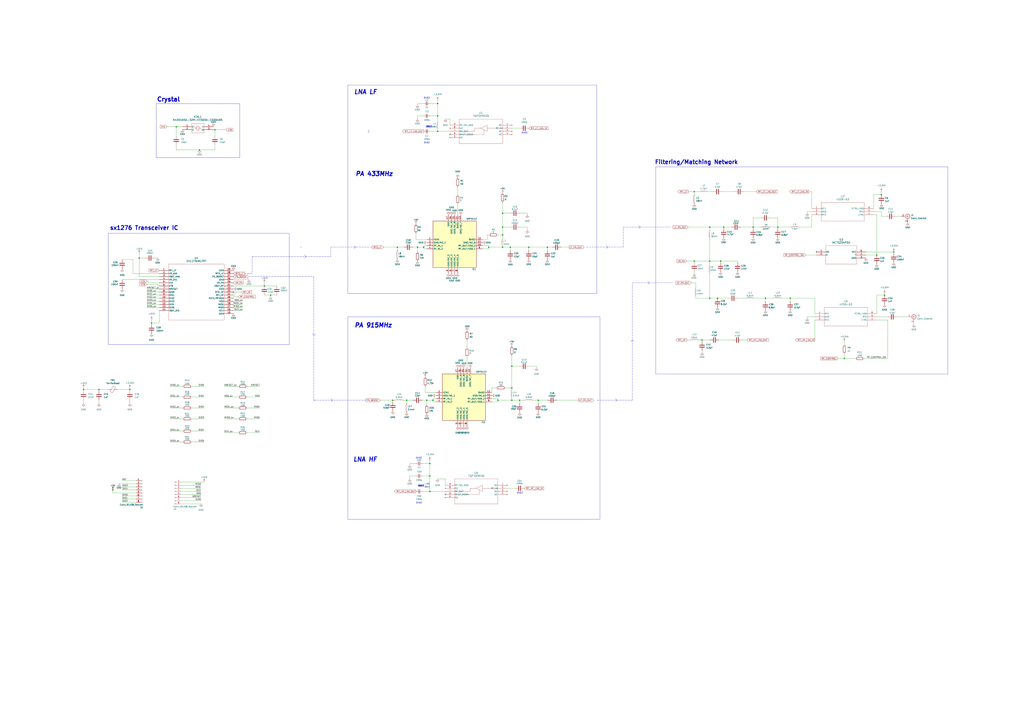
<source format=kicad_sch>
(kicad_sch (version 20231120) (generator "eeschema") (generator_version "8.0")
  (paper "A1")
  (junction (at 353.06 381))
  (junction (at 726.44 242.57))
  (junction (at 353.06 391.16))
  (junction (at 426.72 328.93))
  (junction (at 570.23 214.63))
  (junction (at 222.25 242.57))
  (junction (at 355.6 328.93))
  (junction (at 342.9 203.2))
  (junction (at 124.46 265.43))
  (junction (at 68.58 320.04))
  (junction (at 582.93 245.11))
  (junction (at 350.52 328.93))
  (junction (at 618.49 186.69))
  (junction (at 408.94 328.93))
  (junction (at 326.39 203.2))
  (junction (at 163.83 123.19))
  (junction (at 420.37 300.99))
  (junction (at 412.75 193.04))
  (junction (at 334.01 328.93))
  (junction (at 420.37 328.93))
  (junction (at 412.75 203.2))
  (junction (at 576.58 279.4))
  (junction (at 144.78 104.14))
  (junction (at 734.06 207.01))
  (junction (at 720.09 209.55))
  (junction (at 419.1 203.2))
  (junction (at 648.97 245.11))
  (junction (at 106.68 320.04))
  (junction (at 582.93 186.69))
  (junction (at 412.75 186.69))
  (junction (at 591.82 214.63))
  (junction (at 217.17 234.95))
  (junction (at 589.28 245.11))
  (junction (at 359.41 95.25))
  (junction (at 638.81 186.69))
  (junction (at 114.3 212.09))
  (junction (at 628.65 245.11))
  (junction (at 81.28 320.04))
  (junction (at 434.34 203.2))
  (junction (at 693.42 294.64))
  (junction (at 353.06 403.86))
  (junction (at 401.32 203.2))
  (junction (at 92.71 402.59))
  (junction (at 582.93 214.63))
  (junction (at 359.41 107.95))
  (junction (at 449.58 203.2))
  (junction (at 420.37 318.77))
  (junction (at 359.41 85.09))
  (junction (at 570.23 157.48))
  (junction (at 322.58 328.93))
  (junction (at 441.96 328.93))
  (junction (at 723.9 160.02))
  (junction (at 176.53 106.68))
  (junction (at 412.75 175.26))
  (junction (at 594.36 186.69))
  (junction (at 347.98 203.2))
  (no_connect (at 365.76 406.4))
  (no_connect (at 369.57 110.49))
  (no_connect (at 191.77 240.03))
  (wire (pts (xy 624.84 179.07) (xy 618.49 179.07)))
  (wire (pts (xy 717.55 173.99) (xy 723.9 173.99)))
  (wire (pts (xy 157.48 354.33) (xy 167.64 354.33)))
  (wire (pts (xy 605.79 245.11) (xy 612.14 245.11)))
  (polyline (pts (xy 273.05 328.93) (xy 271.78 330.2)) (stroke (width 0) (type dash)))
  (wire (pts (xy 648.97 245.11) (xy 648.97 247.65)))
  (wire (pts (xy 574.04 279.4) (xy 576.58 279.4)))
  (wire (pts (xy 120.65 250.19) (xy 130.81 250.19)))
  (wire (pts (xy 106.68 328.93) (xy 106.68 331.47)))
  (wire (pts (xy 184.15 335.28) (xy 195.58 335.28)))
  (wire (pts (xy 148.59 396.24) (xy 167.64 396.24)))
  (wire (pts (xy 666.75 176.53) (xy 666.75 186.69)))
  (wire (pts (xy 628.65 245.11) (xy 635 245.11)))
  (wire (pts (xy 582.93 245.11) (xy 589.28 245.11)))
  (wire (pts (xy 148.59 414.02) (xy 165.1 414.02)))
  (wire (pts (xy 426.72 175.26) (xy 433.07 175.26)))
  (wire (pts (xy 420.37 300.99) (xy 420.37 318.77)))
  (wire (pts (xy 355.6 327.66) (xy 355.6 328.93)))
  (wire (pts (xy 591.82 215.9) (xy 591.82 214.63)))
  (wire (pts (xy 426.72 186.69) (xy 433.07 186.69)))
  (wire (pts (xy 339.09 203.2) (xy 342.9 203.2)))
  (wire (pts (xy 347.98 204.47) (xy 350.52 204.47)))
  (wire (pts (xy 582.93 214.63) (xy 582.93 217.17)))
  (wire (pts (xy 734.06 207.01) (xy 734.06 208.28)))
  (wire (pts (xy 726.44 241.3) (xy 726.44 242.57)))
  (wire (pts (xy 570.23 214.63) (xy 570.23 215.9)))
  (wire (pts (xy 669.29 257.81) (xy 669.29 245.11)))
  (wire (pts (xy 433.07 186.69) (xy 433.07 189.23)))
  (wire (pts (xy 148.59 406.4) (xy 165.1 406.4)))
  (wire (pts (xy 184.15 344.17) (xy 195.58 344.17)))
  (wire (pts (xy 426.72 105.41) (xy 420.37 105.41)))
  (wire (pts (xy 688.34 294.64) (xy 693.42 294.64)))
  (wire (pts (xy 157.48 363.22) (xy 167.64 363.22)))
  (wire (pts (xy 693.42 294.64) (xy 702.31 294.64)))
  (wire (pts (xy 120.65 242.57) (xy 130.81 242.57)))
  (wire (pts (xy 359.41 82.55) (xy 359.41 85.09)))
  (wire (pts (xy 176.53 119.38) (xy 176.53 123.19)))
  (polyline (pts (xy 511.81 186.69) (xy 551.18 186.69)) (stroke (width 0) (type dash)))
  (wire (pts (xy 120.65 233.68) (xy 129.54 233.68)))
  (wire (pts (xy 81.28 320.04) (xy 81.28 321.31)))
  (wire (pts (xy 441.96 331.47) (xy 441.96 328.93)))
  (wire (pts (xy 728.98 294.64) (xy 728.98 262.89)))
  (polyline (pts (xy 524.51 185.42) (xy 525.78 186.69)) (stroke (width 0) (type dash)))
  (wire (pts (xy 106.68 320.04) (xy 106.68 321.31)))
  (wire (pts (xy 193.04 242.57) (xy 191.77 242.57)))
  (wire (pts (xy 100.33 400.05) (xy 111.76 400.05)))
  (wire (pts (xy 92.71 405.13) (xy 111.76 405.13)))
  (wire (pts (xy 184.15 326.39) (xy 195.58 326.39)))
  (wire (pts (xy 157.48 326.39) (xy 167.64 326.39)))
  (wire (pts (xy 353.06 403.86) (xy 353.06 401.32)))
  (wire (pts (xy 358.14 322.58) (xy 349.25 322.58)))
  (wire (pts (xy 723.9 173.99) (xy 723.9 177.8)))
  (wire (pts (xy 92.71 402.59) (xy 92.71 405.13)))
  (wire (pts (xy 100.33 407.67) (xy 111.76 407.67)))
  (polyline (pts (xy 481.33 203.2) (xy 511.81 203.2)) (stroke (width 0) (type dash)))
  (wire (pts (xy 609.6 279.4) (xy 613.41 279.4)))
  (wire (pts (xy 353.06 391.16) (xy 346.71 391.16)))
  (wire (pts (xy 227.33 242.57) (xy 222.25 242.57)))
  (wire (pts (xy 68.58 328.93) (xy 68.58 331.47)))
  (wire (pts (xy 563.88 279.4) (xy 566.42 279.4)))
  (wire (pts (xy 184.15 317.5) (xy 195.58 317.5)))
  (wire (pts (xy 420.37 292.1) (xy 420.37 300.99)))
  (wire (pts (xy 355.6 330.2) (xy 358.14 330.2)))
  (wire (pts (xy 365.76 398.78) (xy 365.76 393.7)))
  (wire (pts (xy 581.66 157.48) (xy 585.47 157.48)))
  (wire (pts (xy 408.94 193.04) (xy 412.75 193.04)))
  (wire (pts (xy 193.04 240.03) (xy 198.12 240.03)))
  (polyline (pts (xy 257.81 328.93) (xy 300.99 328.93)) (stroke (width 0) (type dash)))
  (wire (pts (xy 347.98 201.93) (xy 347.98 203.2)))
  (wire (pts (xy 227.33 234.95) (xy 217.17 234.95)))
  (wire (pts (xy 457.2 328.93) (xy 474.98 328.93)))
  (wire (pts (xy 130.81 265.43) (xy 124.46 265.43)))
  (wire (pts (xy 720.09 260.35) (xy 728.98 260.35)))
  (wire (pts (xy 359.41 95.25) (xy 359.41 100.33)))
  (wire (pts (xy 222.25 242.57) (xy 217.17 242.57)))
  (polyline (pts (xy 302.26 107.95) (xy 303.53 109.22)) (stroke (width 0) (type dash)))
  (wire (pts (xy 396.24 201.93) (xy 401.32 201.93)))
  (wire (pts (xy 129.54 212.09) (xy 127 212.09)))
  (wire (pts (xy 124.46 265.43) (xy 124.46 266.7)))
  (wire (pts (xy 137.16 104.14) (xy 144.78 104.14)))
  (wire (pts (xy 400.05 193.04) (xy 400.05 196.85)))
  (wire (pts (xy 191.77 255.27) (xy 199.39 255.27)))
  (wire (pts (xy 139.7 335.28) (xy 149.86 335.28)))
  (wire (pts (xy 441.96 328.93) (xy 449.58 328.93)))
  (wire (pts (xy 412.75 203.2) (xy 419.1 203.2)))
  (wire (pts (xy 312.42 328.93) (xy 322.58 328.93)))
  (wire (pts (xy 383.54 293.37) (xy 383.54 302.26)))
  (wire (pts (xy 350.52 328.93) (xy 355.6 328.93)))
  (wire (pts (xy 430.53 328.93) (xy 426.72 328.93)))
  (wire (pts (xy 191.77 234.95) (xy 217.17 234.95)))
  (wire (pts (xy 711.2 209.55) (xy 720.09 209.55)))
  (wire (pts (xy 711.2 207.01) (xy 734.06 207.01)))
  (wire (pts (xy 322.58 328.93) (xy 323.85 328.93)))
  (wire (pts (xy 365.76 393.7) (xy 359.41 393.7)))
  (wire (pts (xy 191.77 247.65) (xy 199.39 247.65)))
  (wire (pts (xy 412.75 186.69) (xy 412.75 193.04)))
  (wire (pts (xy 184.15 355.6) (xy 195.58 355.6)))
  (wire (pts (xy 100.33 394.97) (xy 111.76 394.97)))
  (wire (pts (xy 433.07 175.26) (xy 433.07 176.53)))
  (wire (pts (xy 342.9 85.09) (xy 347.98 85.09)))
  (wire (pts (xy 408.94 328.93) (xy 420.37 328.93)))
  (wire (pts (xy 383.54 279.4) (xy 383.54 285.75)))
  (wire (pts (xy 191.77 229.87) (xy 204.47 229.87)))
  (wire (pts (xy 359.41 107.95) (xy 369.57 107.95)))
  (wire (pts (xy 120.65 245.11) (xy 130.81 245.11)))
  (wire (pts (xy 157.48 344.17) (xy 167.64 344.17)))
  (wire (pts (xy 419.1 205.74) (xy 419.1 203.2)))
  (wire (pts (xy 359.41 85.09) (xy 359.41 95.25)))
  (wire (pts (xy 608.33 186.69) (xy 618.49 186.69)))
  (wire (pts (xy 342.9 95.25) (xy 342.9 97.79)))
  (wire (pts (xy 191.77 243.84) (xy 195.58 243.84)))
  (wire (pts (xy 401.32 203.2) (xy 412.75 203.2)))
  (wire (pts (xy 359.41 95.25) (xy 353.06 95.25)))
  (wire (pts (xy 120.65 247.65) (xy 130.81 247.65)))
  (polyline (pts (xy 499.11 203.2) (xy 497.84 204.47)) (stroke (width 0) (type dash)))
  (wire (pts (xy 723.9 177.8) (xy 727.71 177.8)))
  (wire (pts (xy 412.75 166.37) (xy 412.75 175.26)))
  (wire (pts (xy 139.7 354.33) (xy 149.86 354.33)))
  (wire (pts (xy 350.52 201.93) (xy 347.98 201.93)))
  (wire (pts (xy 403.86 327.66) (xy 408.94 327.66)))
  (wire (pts (xy 662.94 260.35) (xy 662.94 261.62)))
  (wire (pts (xy 408.94 328.93) (xy 408.94 330.2)))
  (wire (pts (xy 144.78 111.76) (xy 144.78 104.14)))
  (wire (pts (xy 582.93 186.69) (xy 594.36 186.69)))
  (wire (pts (xy 342.9 203.2) (xy 347.98 203.2)))
  (wire (pts (xy 567.69 232.41) (xy 571.5 232.41)))
  (polyline (pts (xy 200.66 224.79) (xy 207.01 224.79)) (stroke (width 0) (type dash)))
  (wire (pts (xy 130.81 229.87) (xy 100.33 229.87)))
  (wire (pts (xy 68.58 320.04) (xy 81.28 320.04)))
  (wire (pts (xy 353.06 381) (xy 353.06 391.16)))
  (wire (pts (xy 720.09 257.81) (xy 720.09 242.57)))
  (wire (pts (xy 449.58 203.2) (xy 453.39 203.2)))
  (wire (pts (xy 434.34 203.2) (xy 449.58 203.2)))
  (wire (pts (xy 121.92 232.41) (xy 130.81 232.41)))
  (wire (pts (xy 176.53 106.68) (xy 185.42 106.68)))
  (wire (pts (xy 619.76 245.11) (xy 628.65 245.11)))
  (wire (pts (xy 582.93 196.85) (xy 582.93 214.63)))
  (polyline (pts (xy 207.01 210.82) (xy 207.01 224.79)) (stroke (width 0) (type dash)))
  (wire (pts (xy 193.04 242.57) (xy 193.04 240.03)))
  (wire (pts (xy 403.86 318.77) (xy 407.67 318.77)))
  (wire (pts (xy 347.98 203.2) (xy 347.98 204.47)))
  (wire (pts (xy 359.41 85.09) (xy 353.06 85.09)))
  (polyline (pts (xy 204.47 227.33) (xy 257.81 227.33)) (stroke (width 0) (type dash)))
  (wire (pts (xy 203.2 335.28) (xy 213.36 335.28)))
  (wire (pts (xy 449.58 205.74) (xy 449.58 203.2)))
  (wire (pts (xy 420.37 318.77) (xy 420.37 320.04)))
  (wire (pts (xy 440.69 300.99) (xy 440.69 302.26)))
  (wire (pts (xy 396.24 204.47) (xy 401.32 204.47)))
  (wire (pts (xy 114.3 212.09) (xy 114.3 227.33)))
  (wire (pts (xy 349.25 322.58) (xy 349.25 317.5)))
  (wire (pts (xy 157.48 335.28) (xy 167.64 335.28)))
  (wire (pts (xy 100.33 402.59) (xy 111.76 402.59)))
  (wire (pts (xy 571.5 245.11) (xy 582.93 245.11)))
  (wire (pts (xy 355.6 328.93) (xy 355.6 330.2)))
  (polyline (pts (xy 303.53 106.68) (xy 302.26 107.95)) (stroke (width 0) (type dash)))
  (wire (pts (xy 400.05 193.04) (xy 401.32 193.04)))
  (wire (pts (xy 638.81 186.69) (xy 648.97 186.69)))
  (wire (pts (xy 191.77 243.84) (xy 191.77 245.11)))
  (wire (pts (xy 693.42 280.67) (xy 693.42 283.21)))
  (wire (pts (xy 571.5 232.41) (xy 571.5 236.22)))
  (wire (pts (xy 420.37 327.66) (xy 420.37 328.93)))
  (wire (pts (xy 81.28 328.93) (xy 81.28 331.47)))
  (wire (pts (xy 353.06 378.46) (xy 353.06 381)))
  (wire (pts (xy 666.75 173.99) (xy 662.94 173.99)))
  (wire (pts (xy 109.22 213.36) (xy 100.33 213.36)))
  (wire (pts (xy 336.55 391.16) (xy 336.55 393.7)))
  (wire (pts (xy 419.1 186.69) (xy 412.75 186.69)))
  (wire (pts (xy 723.9 157.48) (xy 723.9 160.02)))
  (wire (pts (xy 666.75 186.69) (xy 656.59 186.69)))
  (polyline (pts (xy 271.78 327.66) (xy 273.05 328.93)) (stroke (width 0) (type dash)))
  (wire (pts (xy 203.2 326.39) (xy 213.36 326.39)))
  (polyline (pts (xy 497.84 201.93) (xy 499.11 203.2)) (stroke (width 0) (type dash)))
  (wire (pts (xy 148.59 403.86) (xy 165.1 403.86)))
  (wire (pts (xy 666.75 157.48) (xy 666.75 171.45)))
  (wire (pts (xy 342.9 86.36) (xy 342.9 85.09)))
  (polyline (pts (xy 292.1 203.2) (xy 290.83 204.47)) (stroke (width 0) (type dash)))
  (wire (pts (xy 353.06 391.16) (xy 353.06 396.24)))
  (wire (pts (xy 139.7 363.22) (xy 149.86 363.22)))
  (polyline (pts (xy 532.13 231.14) (xy 533.4 232.41)) (stroke (width 0) (type dash)))
  (wire (pts (xy 717.55 171.45) (xy 717.55 160.02)))
  (polyline (pts (xy 519.43 232.41) (xy 552.45 232.41)) (stroke (width 0) (type dash)))
  (wire (pts (xy 191.77 250.19) (xy 199.39 250.19)))
  (wire (pts (xy 114.3 212.09) (xy 119.38 212.09)))
  (wire (pts (xy 222.25 243.84) (xy 222.25 242.57)))
  (wire (pts (xy 176.53 106.68) (xy 175.26 106.68)))
  (wire (pts (xy 130.81 255.27) (xy 130.81 265.43)))
  (wire (pts (xy 664.21 157.48) (xy 666.75 157.48)))
  (wire (pts (xy 203.2 355.6) (xy 213.36 355.6)))
  (wire (pts (xy 121.92 231.14) (xy 121.92 232.41)))
  (wire (pts (xy 594.36 186.69) (xy 600.71 186.69)))
  (wire (pts (xy 191.77 252.73) (xy 199.39 252.73)))
  (wire (pts (xy 350.52 196.85) (xy 341.63 196.85)))
  (wire (pts (xy 88.9 320.04) (xy 81.28 320.04)))
  (wire (pts (xy 314.96 203.2) (xy 326.39 203.2)))
  (polyline (pts (xy 256.54 274.32) (xy 257.81 275.59)) (stroke (width 0) (type dash)))
  (wire (pts (xy 341.63 391.16) (xy 336.55 391.16)))
  (wire (pts (xy 563.88 214.63) (xy 570.23 214.63)))
  (wire (pts (xy 130.81 227.33) (xy 114.3 227.33)))
  (wire (pts (xy 203.2 317.5) (xy 213.36 317.5)))
  (wire (pts (xy 334.01 328.93) (xy 339.09 328.93)))
  (wire (pts (xy 461.01 203.2) (xy 467.36 203.2)))
  (wire (pts (xy 334.01 328.93) (xy 334.01 331.47)))
  (polyline (pts (xy 257.81 328.93) (xy 259.08 328.93)) (stroke (width 0) (type dash)))
  (polyline (pts (xy 207.01 210.82) (xy 271.78 210.82)) (stroke (width 0) (type dash)))
  (polyline (pts (xy 518.16 280.67) (xy 519.43 279.4)) (stroke (width 0) (type dash)))
  (wire (pts (xy 326.39 203.2) (xy 331.47 203.2)))
  (wire (pts (xy 100.33 412.75) (xy 111.76 412.75)))
  (wire (pts (xy 408.94 327.66) (xy 408.94 328.93)))
  (wire (pts (xy 582.93 214.63) (xy 591.82 214.63)))
  (wire (pts (xy 365.76 403.86) (xy 353.06 403.86)))
  (wire (pts (xy 709.93 294.64) (xy 728.98 294.64)))
  (wire (pts (xy 129.54 234.95) (xy 130.81 234.95)))
  (wire (pts (xy 582.93 186.69) (xy 582.93 189.23)))
  (wire (pts (xy 570.23 214.63) (xy 582.93 214.63)))
  (wire (pts (xy 590.55 279.4) (xy 601.98 279.4)))
  (polyline (pts (xy 506.73 328.93) (xy 505.46 330.2)) (stroke (width 0) (type dash)))
  (wire (pts (xy 434.34 300.99) (xy 440.69 300.99)))
  (wire (pts (xy 628.65 245.11) (xy 628.65 247.65)))
  (polyline (pts (xy 271.78 203.2) (xy 306.07 203.2)) (stroke (width 0) (type dash)))
  (wire (pts (xy 441.96 328.93) (xy 438.15 328.93)))
  (wire (pts (xy 68.58 318.77) (xy 68.58 320.04)))
  (wire (pts (xy 341.63 196.85) (xy 341.63 191.77)))
  (wire (pts (xy 589.28 245.11) (xy 598.17 245.11)))
  (wire (pts (xy 336.55 382.27) (xy 336.55 381)))
  (wire (pts (xy 120.65 237.49) (xy 130.81 237.49)))
  (polyline (pts (xy 525.78 186.69) (xy 524.51 187.96)) (stroke (width 0) (type dash)))
  (wire (pts (xy 401.32 201.93) (xy 401.32 203.2)))
  (polyline (pts (xy 511.81 203.2) (xy 511.81 186.69)) (stroke (width 0) (type dash)))
  (wire (pts (xy 139.7 344.17) (xy 149.86 344.17)))
  (wire (pts (xy 422.91 401.32) (xy 416.56 401.32)))
  (wire (pts (xy 594.36 186.69) (xy 594.36 187.96)))
  (wire (pts (xy 610.87 157.48) (xy 621.03 157.48)))
  (polyline (pts (xy 257.81 227.33) (xy 257.81 328.93)) (stroke (width 0) (type dash)))
  (wire (pts (xy 347.98 95.25) (xy 342.9 95.25)))
  (wire (pts (xy 144.78 119.38) (xy 144.78 123.19)))
  (wire (pts (xy 750.57 265.43) (xy 750.57 266.7)))
  (polyline (pts (xy 250.19 209.55) (xy 251.46 210.82)) (stroke (width 0) (type dash)))
  (polyline (pts (xy 251.46 210.82) (xy 250.19 212.09)) (stroke (width 0) (type dash)))
  (wire (pts (xy 97.79 397.51) (xy 111.76 397.51)))
  (wire (pts (xy 632.46 186.69) (xy 638.81 186.69)))
  (wire (pts (xy 359.41 107.95) (xy 359.41 105.41)))
  (wire (pts (xy 582.93 224.79) (xy 582.93 245.11)))
  (wire (pts (xy 591.82 214.63) (xy 605.79 214.63)))
  (wire (pts (xy 648.97 245.11) (xy 669.29 245.11)))
  (wire (pts (xy 176.53 111.76) (xy 176.53 106.68)))
  (wire (pts (xy 129.54 233.68) (xy 129.54 234.95)))
  (wire (pts (xy 346.71 403.86) (xy 353.06 403.86)))
  (wire (pts (xy 375.92 167.64) (xy 375.92 176.53)))
  (wire (pts (xy 693.42 290.83) (xy 693.42 294.64)))
  (wire (pts (xy 618.49 187.96) (xy 618.49 186.69)))
  (wire (pts (xy 412.75 193.04) (xy 412.75 195.58)))
  (wire (pts (xy 148.59 411.48) (xy 165.1 411.48)))
  (polyline (pts (xy 505.46 327.66) (xy 506.73 328.93)) (stroke (width 0) (type dash)))
  (wire (pts (xy 720.09 176.53) (xy 717.55 176.53)))
  (wire (pts (xy 369.57 102.87) (xy 369.57 97.79)))
  (wire (pts (xy 400.05 196.85) (xy 396.24 196.85)))
  (wire (pts (xy 139.7 317.5) (xy 149.86 317.5)))
  (wire (pts (xy 157.48 317.5) (xy 167.64 317.5)))
  (polyline (pts (xy 519.43 279.4) (xy 520.7 280.67)) (stroke (width 0) (type dash)))
  (wire (pts (xy 342.9 203.2) (xy 342.9 207.01)))
  (polyline (pts (xy 257.81 275.59) (xy 259.08 274.32)) (stroke (width 0) (type dash)))
  (wire (pts (xy 403.86 318.77) (xy 403.86 322.58)))
  (wire (pts (xy 120.65 231.14) (xy 121.92 231.14)))
  (wire (pts (xy 618.49 186.69) (xy 624.84 186.69)))
  (wire (pts (xy 638.81 179.07) (xy 638.81 186.69)))
  (wire (pts (xy 736.6 260.35) (xy 745.49 260.35)))
  (wire (pts (xy 148.59 401.32) (xy 165.1 401.32)))
  (wire (pts (xy 148.59 398.78) (xy 165.1 398.78)))
  (wire (pts (xy 426.72 331.47) (xy 426.72 328.93)))
  (wire (pts (xy 720.09 209.55) (xy 720.09 176.53)))
  (wire (pts (xy 565.15 186.69) (xy 582.93 186.69)))
  (wire (pts (xy 114.3 208.28) (xy 114.3 212.09)))
  (wire (pts (xy 353.06 381) (xy 346.71 381)))
  (wire (pts (xy 412.75 175.26) (xy 412.75 186.69)))
  (wire (pts (xy 350.52 328.93) (xy 350.52 332.74)))
  (wire (pts (xy 369.57 97.79) (xy 365.76 97.79)))
  (wire (pts (xy 68.58 320.04) (xy 68.58 321.31)))
  (wire (pts (xy 415.29 318.77) (xy 420.37 318.77)))
  (wire (pts (xy 353.06 107.95) (xy 359.41 107.95)))
  (wire (pts (xy 331.47 328.93) (xy 334.01 328.93)))
  (wire (pts (xy 120.65 252.73) (xy 130.81 252.73)))
  (wire (pts (xy 375.92 153.67) (xy 375.92 160.02)))
  (wire (pts (xy 593.09 157.48) (xy 603.25 157.48)))
  (wire (pts (xy 669.29 260.35) (xy 662.94 260.35)))
  (polyline (pts (xy 290.83 201.93) (xy 292.1 203.2)) (stroke (width 0) (type dash)))
  (wire (pts (xy 576.58 288.29) (xy 576.58 289.56)))
  (wire (pts (xy 570.23 160.02) (xy 570.23 157.48)))
  (wire (pts (xy 434.34 205.74) (xy 434.34 203.2)))
  (wire (pts (xy 570.23 223.52) (xy 570.23 224.79)))
  (wire (pts (xy 720.09 242.57) (xy 726.44 242.57)))
  (wire (pts (xy 632.46 179.07) (xy 638.81 179.07)))
  (wire (pts (xy 322.58 328.93) (xy 322.58 330.2)))
  (wire (pts (xy 336.55 381) (xy 341.63 381)))
  (wire (pts (xy 217.17 234.95) (xy 217.17 232.41)))
  (wire (pts (xy 358.14 327.66) (xy 355.6 327.66)))
  (wire (pts (xy 642.62 245.11) (xy 648.97 245.11)))
  (wire (pts (xy 638.81 186.69) (xy 638.81 187.96)))
  (wire (pts (xy 662.94 173.99) (xy 662.94 175.26)))
  (wire (pts (xy 728.98 262.89) (xy 720.09 262.89)))
  (wire (pts (xy 100.33 410.21) (xy 111.76 410.21)))
  (wire (pts (xy 565.15 157.48) (xy 570.23 157.48)))
  (wire (pts (xy 124.46 265.43) (xy 124.46 262.89)))
  (wire (pts (xy 576.58 279.4) (xy 576.58 280.67)))
  (wire (pts (xy 148.59 408.94) (xy 165.1 408.94)))
  (wire (pts (xy 403.86 330.2) (xy 408.94 330.2)))
  (wire (pts (xy 605.79 215.9) (xy 605.79 214.63)))
  (wire (pts (xy 106.68 318.77) (xy 106.68 320.04)))
  (wire (pts (xy 163.83 123.19) (xy 176.53 123.19)))
  (wire (pts (xy 144.78 123.19) (xy 163.83 123.19)))
  (wire (pts (xy 120.65 240.03) (xy 130.81 240.03)))
  (polyline (pts (xy 271.78 203.2) (xy 271.78 210.82)) (stroke (width 0) (type dash)))
  (wire (pts (xy 144.78 104.14) (xy 149.86 104.14)))
  (wire (pts (xy 576.58 279.4) (xy 582.93 279.4)))
  (wire (pts (xy 618.49 179.07) (xy 618.49 186.69)))
  (wire (pts (xy 571.5 243.84) (xy 571.5 245.11)))
  (wire (pts (xy 420.37 328.93) (xy 426.72 328.93)))
  (wire (pts (xy 570.23 157.48) (xy 574.04 157.48)))
  (polyline (pts (xy 247.65 203.2) (xy 246.38 203.2)) (stroke (width 0) (type dash)))
  (wire (pts (xy 735.33 177.8) (xy 740.41 177.8)))
  (wire (pts (xy 419.1 175.26) (xy 412.75 175.26)))
  (polyline (pts (xy 490.22 328.93) (xy 519.43 328.93)) (stroke (width 0) (type dash)))
  (polyline (pts (xy 519.43 328.93) (xy 519.43 232.41)) (stroke (width 0) (type dash)))
  (wire (pts (xy 96.52 320.04) (xy 106.68 320.04)))
  (wire (pts (xy 326.39 203.2) (xy 326.39 205.74)))
  (wire (pts (xy 139.7 326.39) (xy 149.86 326.39)))
  (wire (pts (xy 661.67 209.55) (xy 670.56 209.55)))
  (wire (pts (xy 401.32 203.2) (xy 401.32 204.47)))
  (wire (pts (xy 434.34 203.2) (xy 419.1 203.2)))
  (wire (pts (xy 669.29 262.89) (xy 669.29 279.4)))
  (wire (pts (xy 203.2 344.17) (xy 213.36 344.17)))
  (wire (pts (xy 109.22 224.79) (xy 109.22 213.36)))
  (wire (pts (xy 346.71 328.93) (xy 350.52 328.93)))
  (polyline (pts (xy 533.4 232.41) (xy 532.13 233.68)) (stroke (width 0) (type dash)))
  (wire (pts (xy 717.55 160.02) (xy 723.9 160.02)))
  (wire (pts (xy 109.22 224.79) (xy 130.81 224.79)))
  (wire (pts (xy 426.72 300.99) (xy 420.37 300.99)))
  (rectangle (start 285.75 69.85) (end 490.22 241.3))
  (rectangle (start 285.75 260.35) (end 492.76 426.72))
  (rectangle (start 538.48 137.16) (end 778.51 307.34))
  (rectangle (start 88.9 191.77) (end 237.49 283.21))
  (rectangle (start 128.27 85.09) (end 196.85 129.54))
  (text "Filtering/Matching Network" (at 572.008 133.35 0) (effects (font (size 3.302 3.302) (thickness 0.6604) (bold yes))))
  (text "PA 915MHz\n" (at 306.578 267.462 0) (effects (font (size 3.556 3.556) (thickness 0.762) (bold yes) (italic yes))))
  (text "Crystal" (at 138.43 81.788 0) (effects (font (size 3.556 3.556) (thickness 0.762) (bold yes))))
  (text "0402" (at 347.98 81.28 0) (effects (font (size 1.27 1.27)) (justify left bottom)))
  (text "0603" (at 345.694 399.288 0) (effects (font (size 1.27 1.27) (bold yes) (italic yes))))
  (text "0402" (at 346.71 414.02 0) (effects (font (size 1.27 1.27)) (justify right bottom)))
  (text "PA 433MHz\n" (at 307.34 143.002 0) (effects (font (size 3.556 3.556) (thickness 0.762) (bold yes) (italic yes))))
  (text "0402" (at 353.06 118.11 0) (effects (font (size 1.27 1.27)) (justify right bottom)))
  (text "0402" (at 433.324 109.982 0) (effects (font (size 1.27 1.27)) (justify right bottom)))
  (text "0402" (at 341.63 377.19 0) (effects (font (size 1.27 1.27)) (justify left bottom)))
  (text "0603" (at 352.298 104.14 0) (effects (font (size 1.27 1.27) (bold yes) (italic yes))))
  (text "LNA LF" (at 300.228 75.692 0) (effects (font (size 3.556 3.556) (thickness 0.7112) (bold yes) (italic yes))))
  (text "0402" (at 429.514 405.892 0) (effects (font (size 1.27 1.27)) (justify right bottom)))
  (text "LNA HF" (at 299.974 377.698 0) (effects (font (size 3.556 3.556) (bold yes) (italic yes))))
  (text "sx1276 Transceiver IC" (at 118.364 187.452 0) (effects (font (size 3.302 3.302) (bold yes))))
  (label "DIO4_sx" (at 120.65 250.19 0))
  (label "DIO3_sx" (at 139.7 344.17 0))
  (label "DIO5" (at 165.1 411.48 180))
  (label "NRESET" (at 165.1 408.94 180))
  (label "DIO2_sx" (at 139.7 335.28 0))
  (label "DIO3" (at 167.64 344.17 180))
  (label "DIO3_sx" (at 120.65 247.65 0))
  (label "DIO0_sx" (at 120.65 240.03 0))
  (label "DIO1" (at 167.64 326.39 180))
  (label "NRESET" (at 213.36 317.5 180))
  (label "ANT" (at 100.33 394.97 0))
  (label "DIO2" (at 167.64 335.28 180))
  (label "DIO1_sx" (at 120.65 242.57 0))
  (label "DIO1_sx" (at 139.7 326.39 0))
  (label "MISO_sx" (at 199.39 252.73 180))
  (label "DIO5_sx" (at 139.7 363.22 0))
  (label "MOSI" (at 165.1 401.32 180))
  (label "DIO0" (at 167.64 317.5 180))
  (label "DIO4" (at 100.33 402.59 0))
  (label "NSS_sx" (at 199.39 247.65 180))
  (label "DIO2" (at 100.33 412.75 0))
  (label "NRESET_sx" (at 184.15 317.5 0))
  (label "DIO5" (at 167.64 363.22 180))
  (label "DIO2_sx" (at 120.65 245.11 0))
  (label "MISO_sx" (at 184.15 344.17 0))
  (label "RF_CONTROL_SW" (at 727.71 294.64 180))
  (label "MOSI" (at 213.36 335.28 180))
  (label "DIO3" (at 100.33 400.05 0))
  (label "SCK_sx" (at 184.15 355.6 0))
  (label "MISO" (at 213.36 344.17 180))
  (label "DIO0_sx" (at 139.7 317.5 0))
  (label "MOSI_sx" (at 184.15 335.28 0))
  (label "DIO5_sx" (at 120.65 252.73 0))
  (label "NSS_sx" (at 184.15 326.39 0))
  (label "DIO1" (at 100.33 410.21 0))
  (label "SCK" (at 165.1 403.86 180))
  (label "MISO" (at 165.1 398.78 180))
  (label "MOSI_sx" (at 199.39 250.19 180))
  (label "NSS" (at 213.36 326.39 180))
  (label "NSS" (at 165.1 406.4 180))
  (label "DIO4" (at 167.64 354.33 180))
  (label "NRESET_sx" (at 120.65 237.49 0))
  (label "SCK" (at 213.36 355.6 180))
  (label "SCK_sx" (at 199.39 255.27 180))
  (label "DIO0" (at 100.33 407.67 0))
  (label "DIO4_sx" (at 139.7 354.33 0))
  (global_label "XTA" (shape input) (at 120.65 231.14 180) (property "Intersheetrefs" "${INTERSHEET_REFS}" (effects (hide yes))))
  (global_label "RF_CONTROL_SW" (shape input) (at 661.67 209.55 180) (property "Intersheetrefs" "${INTERSHEET_REFS}" (effects (hide yes))))
  (global_label "RF_CONTROL" (shape input) (at 688.34 294.64 180) (property "Intersheetrefs" "${INTERSHEET_REFS}" (effects (hide yes))))
  (global_label "XTA" (shape input) (at 137.16 104.14 180) (property "Intersheetrefs" "${INTERSHEET_REFS}" (effects (hide yes))))
  (global_label "XTB" (shape input) (at 185.42 106.68 0) (property "Intersheetrefs" "${INTERSHEET_REFS}" (effects (hide yes))))
  (global_label "RFI_LF" (shape input) (at 130.81 222.25 180) (property "Intersheetrefs" "${INTERSHEET_REFS}" (effects (hide yes))))
  (global_label "HF_PA_OUT" (shape output) (at 474.98 328.93 0) (property "Intersheetrefs" "${INTERSHEET_REFS}" (effects (hide yes))))
  (global_label "RFI_LF_LNA_IN" (shape output) (at 664.21 157.48 180) (property "Intersheetrefs" "${INTERSHEET_REFS}" (effects (hide yes))))
  (global_label "RFI_LF_LNA_OUT" (shape output) (at 347.98 107.95 180) (property "Intersheetrefs" "${INTERSHEET_REFS}" (effects (hide yes))))
  (global_label "RFI_HF_LNA_IN" (shape input) (at 430.53 401.32 0) (property "Intersheetrefs" "${INTERSHEET_REFS}" (effects (hide yes))))
  (global_label "HF_PA_OUT" (shape input) (at 567.69 232.41 180) (property "Intersheetrefs" "${INTERSHEET_REFS}" (effects (hide yes))))
  (global_label "PA_BOOST" (shape input) (at 191.77 227.33 0) (property "Intersheetrefs" "${INTERSHEET_REFS}" (effects (hide yes))))
  (global_label "PA_BOOST" (shape input) (at 312.42 328.93 180) (property "Intersheetrefs" "${INTERSHEET_REFS}" (effects (hide yes))))
  (global_label "RFO_LF" (shape input) (at 191.77 224.79 0) (property "Intersheetrefs" "${INTERSHEET_REFS}" (effects (hide yes))))
  (global_label "LF_PA_OUT" (shape input) (at 565.15 186.69 180) (property "Intersheetrefs" "${INTERSHEET_REFS}" (effects (hide yes))))
  (global_label "RFI_HF_LNA_IN" (shape output) (at 669.29 279.4 180) (property "Intersheetrefs" "${INTERSHEET_REFS}" (effects (hide yes))))
  (global_label "RFI_HF_LNA_OUT" (shape input) (at 613.41 279.4 0) (property "Intersheetrefs" "${INTERSHEET_REFS}" (effects (hide yes))))
  (global_label "VR_PA" (shape input) (at 563.88 214.63 180) (property "Intersheetrefs" "${INTERSHEET_REFS}" (effects (hide yes))))
  (global_label "XTB" (shape input) (at 120.65 233.68 180) (property "Intersheetrefs" "${INTERSHEET_REFS}" (effects (hide yes))))
  (global_label "RFI_LF" (shape output) (at 565.15 157.48 180) (property "Intersheetrefs" "${INTERSHEET_REFS}" (effects (hide yes))))
  (global_label "RF_CONTROL" (shape input) (at 195.58 243.84 0) (property "Intersheetrefs" "${INTERSHEET_REFS}" (effects (hide yes))))
  (global_label "RFI_LF_LNA_IN" (shape input) (at 434.34 105.41 0) (property "Intersheetrefs" "${INTERSHEET_REFS}" (effects (hide yes))))
  (global_label "RFI_HF" (shape input) (at 198.12 240.03 0) (property "Intersheetrefs" "${INTERSHEET_REFS}" (effects (hide yes))))
  (global_label "RFI_HF_LNA_OUT" (shape output) (at 341.63 403.86 180) (property "Intersheetrefs" "${INTERSHEET_REFS}" (effects (hide yes))))
  (global_label "LF_PA_OUT" (shape output) (at 467.36 203.2 0) (property "Intersheetrefs" "${INTERSHEET_REFS}" (effects (hide yes))))
  (global_label "RFI_HF" (shape output) (at 563.88 279.4 180) (property "Intersheetrefs" "${INTERSHEET_REFS}" (effects (hide yes))))
  (global_label "RFO_LF" (shape input) (at 314.96 203.2 180) (property "Intersheetrefs" "${INTERSHEET_REFS}" (effects (hide yes))))
  (global_label "VR_PA" (shape input) (at 191.77 232.41 0) (property "Intersheetrefs" "${INTERSHEET_REFS}" (effects (hide yes))))
  (global_label "RFI_LF_LNA_OUT" (shape input) (at 621.03 157.48 0) (property "Intersheetrefs" "${INTERSHEET_REFS}" (effects (hide yes))))
  (symbol (lib_id "power:GND") (at 375.92 146.05 180) (unit 1)
    (property "Reference" "#PWR08" (effects (hide yes)))
    (property "Value" "GND" (at 375.92 140.97 0))
    (property "Description" "Power symbol creates a global label with name \"GND\" , ground" (effects (hide yes)))
  )
  (symbol (lib_id "Device:R") (at 412.75 162.56 0) (unit 1)
    (property "Reference" "R2" (at 414.274 161.29 0) (effects (justify left)))
    (property "Value" "0" (at 414.528 163.83 0) (effects (justify left)))
    (property "Footprint" "Resistor_SMD:R_0402_1005Metric" (effects (hide yes)))
    (property "Description" "Resistor" (effects (hide yes)))
  )
  (symbol (lib_id "NX2016SA-32M-EXS00A-CS06465:NX2016SA-32M-EXS00A-CS06465") (at 149.86 104.14 0) (unit 1)
    (property "Reference" "XTAL1" (at 162.306 96.012 0) (effects (font (size 1.524 1.524))))
    (property "Value" "NX2016SA-32M-EXS00A-CS06465" (at 162.306 98.552 0) (effects (font (size 1.524 1.524))))
    (property "Footprint" "NX2016SA_32M_EXS00A_CS06465:NX2016SA_NDK" (effects (hide yes)))
    (property "Datasheet" "NX2016SA-32M-EXS00A-CS06465" (effects (hide yes)))
  )
  (symbol (lib_id "Device:C") (at 434.34 209.55 0) (unit 1)
    (property "Reference" "C21" (at 437.134 208.28 0) (effects (justify left)))
    (property "Value" "15pF" (at 436.88 210.82 0) (effects (justify left)))
    (property "Footprint" "Capacitor_SMD:C_0402_1005Metric" (effects (hide yes)))
    (property "Description" "Unpolarized capacitor" (effects (hide yes)))
  )
  (symbol (lib_id "power:GND") (at 618.49 195.58 0) (unit 1)
    (property "Reference" "#PWR023" (effects (hide yes)))
    (property "Value" "GND" (at 618.49 199.39 0))
    (property "Description" "Power symbol creates a global label with name \"GND\" , ground" (effects (hide yes)))
  )
  (symbol (lib_id "Device:C") (at 601.98 245.11 90) (unit 1)
    (property "Reference" "C33" (at 601.98 238.76 90))
    (property "Value" "22pF" (at 601.98 241.3 90))
    (property "Footprint" "Capacitor_SMD:C_0402_1005Metric" (effects (hide yes)))
    (property "Description" "Unpolarized capacitor" (effects (hide yes)))
  )
  (symbol (lib_id "power:GND") (at 149.86 106.68 0) (unit 1)
    (property "Reference" "#PWR06" (effects (hide yes)))
    (property "Value" "GND" (at 149.86 110.236 0))
    (property "Description" "Power symbol creates a global label with name \"GND\" , ground" (effects (hide yes)))
  )
  (symbol (lib_id "Device:C") (at 322.58 334.01 0) (unit 1)
    (property "Reference" "C49" (at 315.976 332.994 0) (effects (justify left)))
    (property "Value" "5.6pF" (at 314.706 335.026 0) (effects (justify left)))
    (property "Footprint" "Capacitor_SMD:C_0402_1005Metric" (effects (hide yes)))
    (property "Description" "Unpolarized capacitor" (effects (hide yes)))
  )
  (symbol (lib_id "power:GND") (at 434.34 213.36 0) (unit 1)
    (property "Reference" "#PWR033" (effects (hide yes)))
    (property "Value" "GND" (at 434.34 217.17 0))
    (property "Description" "Power symbol creates a global label with name \"GND\" , ground" (effects (hide yes)))
  )
  (symbol (lib_id "power:GND") (at 591.82 223.52 0) (unit 1)
    (property "Reference" "#PWR040" (effects (hide yes)))
    (property "Value" "GND" (at 591.82 227.584 0))
    (property "Description" "Power symbol creates a global label with name \"GND\" , ground" (effects (hide yes)))
  )
  (symbol (lib_id "power:+3V3") (at 124.46 262.89 0) (unit 1)
    (property "Reference" "#PWR059" (effects (hide yes)))
    (property "Value" "+3V3" (at 124.46 257.81 0))
    (property "Description" "Power symbol creates a global label with name \"+3V3\"" (effects (hide yes)))
  )
  (symbol (lib_id "Connector:Conn_01x08_Socket") (at 116.84 402.59 0) (unit 1)
    (property "Reference" "J3" (at 114.808 417.068 0) (effects (justify left)))
    (property "Value" "Conn_01x08_Socket" (at 98.298 414.782 0) (effects (justify left)))
    (property "Description" "Generic connector, single row, 01x08, script generated" (effects (hide yes)))
  )
  (symbol (lib_id "Device:R") (at 199.39 317.5 90) (unit 1)
    (property "Reference" "R14" (at 199.39 313.69 90))
    (property "Value" "100" (at 199.39 315.468 90))
    (property "Footprint" "Resistor_SMD:R_0402_1005Metric" (effects (hide yes)))
    (property "Description" "Resistor" (effects (hide yes)))
  )
  (symbol (lib_id "Device:R") (at 342.9 210.82 0) (unit 1)
    (property "Reference" "R6" (at 344.932 209.55 0) (effects (justify left)))
    (property "Value" "15k" (at 344.678 211.836 0) (effects (justify left)))
    (property "Footprint" "Resistor_SMD:R_0402_1005Metric" (effects (hide yes)))
    (property "Description" "Resistor" (effects (hide yes)))
  )
  (symbol (lib_id "power:GND") (at 342.9 86.36 0) (mirror y) (unit 1)
    (property "Reference" "#PWR02" (effects (hide yes)))
    (property "Value" "GND" (at 342.9 90.17 0))
    (property "Description" "Power symbol creates a global label with name \"GND\" , ground" (effects (hide yes)))
  )
  (symbol (lib_name "4259-63_1") (lib_id "PE4259:4259-63") (at 669.29 257.81 0) (unit 1)
    (property "Reference" "U5" (at 694.69 247.65 0) (effects (font (size 1.524 1.524))))
    (property "Value" "4259-63" (at 694.69 250.19 0) (effects (font (size 1.524 1.524))))
    (property "Footprint" "PE4259:SC-70-6_PSM" (effects (hide yes)))
    (property "Datasheet" "4259-63" (effects (hide yes)))
  )
  (symbol (lib_id "Device:C") (at 144.78 115.57 0) (unit 1)
    (property "Reference" "C5" (at 148.59 114.2999 0) (effects (justify left)))
    (property "Value" "15pF" (at 148.59 116.8399 0) (effects (justify left)))
    (property "Footprint" "Capacitor_SMD:C_0402_1005Metric" (effects (hide yes)))
    (property "Description" "Unpolarized capacitor" (effects (hide yes)))
  )
  (symbol (lib_id "Device:C") (at 419.1 209.55 0) (unit 1)
    (property "Reference" "C20" (at 421.894 208.28 0) (effects (justify left)))
    (property "Value" "12pF" (at 421.894 210.82 0) (effects (justify left)))
    (property "Footprint" "Capacitor_SMD:C_0402_1005Metric" (effects (hide yes)))
    (property "Description" "Unpolarized capacitor" (effects (hide yes)))
  )
  (symbol (lib_id "Device:C") (at 106.68 325.12 0) (unit 1)
    (property "Reference" "C46" (at 110.49 323.8499 0) (effects (justify left)))
    (property "Value" "1uF" (at 110.49 326.3899 0) (effects (justify left)))
    (property "Footprint" "Capacitor_SMD:C_0402_1005Metric" (effects (hide yes)))
    (property "Description" "Unpolarized capacitor" (effects (hide yes)))
  )
  (symbol (lib_id "Connector:Conn_Coaxial") (at 750.57 260.35 0) (unit 1)
    (property "Reference" "J2" (at 753.11 259.334 0) (effects (justify left)))
    (property "Value" "Conn_Coaxial" (at 753.11 261.874 0) (effects (justify left)))
    (property "Description" "coaxial connector (BNC, SMA, SMB, SMC, Cinch/RCA, LEMO, ...)" (effects (hide yes)))
  )
  (symbol (lib_id "Device:C") (at 100.33 217.17 180) (unit 1)
    (property "Reference" "C26" (at 94.742 215.646 0))
    (property "Value" "100nF" (at 94.488 217.932 0))
    (property "Footprint" "Capacitor_SMD:C_0402_1005Metric" (effects (hide yes)))
    (property "Description" "Unpolarized capacitor" (effects (hide yes)))
  )
  (symbol (lib_id "power:GND") (at 373.38 224.79 0) (unit 1)
    (property "Reference" "#PWR044" (effects (hide yes)))
    (property "Value" "GND" (at 373.634 228.6 0))
    (property "Description" "Power symbol creates a global label with name \"GND\" , ground" (effects (hide yes)))
  )
  (symbol (lib_id "power:GND") (at 163.83 123.19 0) (unit 1)
    (property "Reference" "#PWR07" (effects (hide yes)))
    (property "Value" "GND" (at 163.83 127 0))
    (property "Description" "Power symbol creates a global label with name \"GND\" , ground" (effects (hide yes)))
  )
  (symbol (lib_id "power:GND") (at 342.9 97.79 0) (mirror y) (unit 1)
    (property "Reference" "#PWR03" (effects (hide yes)))
    (property "Value" "GND" (at 342.9 101.6 0))
    (property "Description" "Power symbol creates a global label with name \"GND\" , ground" (effects (hide yes)))
  )
  (symbol (lib_id "power:GND") (at 605.79 223.52 0) (unit 1)
    (property "Reference" "#PWR041" (effects (hide yes)))
    (property "Value" "GND" (at 605.79 227.584 0))
    (property "Description" "Power symbol creates a global label with name \"GND\" , ground" (effects (hide yes)))
  )
  (symbol (lib_id "Connector:Conn_01x08_Socket") (at 143.51 403.86 0) (mirror y) (unit 1)
    (property "Reference" "J4" (at 144.78 418.338 0) (effects (justify left)))
    (property "Value" "Conn_01x08_Socket" (at 161.29 416.306 0) (effects (justify left)))
    (property "Description" "Generic connector, single row, 01x08, script generated" (effects (hide yes)))
  )
  (symbol (lib_id "Device:R") (at 341.63 187.96 0) (unit 1)
    (property "Reference" "R4" (at 343.154 186.69 0) (effects (justify left)))
    (property "Value" "6k" (at 343.154 189.23 0) (effects (justify left)))
    (property "Footprint" "Resistor_SMD:R_0402_1005Metric" (effects (hide yes)))
    (property "Description" "Resistor" (effects (hide yes)))
  )
  (symbol (lib_id "power:GND") (at 100.33 220.98 0) (unit 1)
    (property "Reference" "#PWR038" (effects (hide yes)))
    (property "Value" "GND" (at 100.33 226.06 0))
    (property "Description" "Power symbol creates a global label with name \"GND\" , ground" (effects (hide yes)))
  )
  (symbol (lib_id "Device:C") (at 430.53 300.99 90) (unit 1)
    (property "Reference" "C43" (at 430.53 295.656 90))
    (property "Value" "0.1uF" (at 430.53 297.688 90))
    (property "Footprint" "Capacitor_SMD:C_0402_1005Metric" (effects (hide yes)))
    (property "Description" "Unpolarized capacitor" (effects (hide yes)))
  )
  (symbol (lib_id "power:+3V3") (at 114.3 208.28 0) (unit 1)
    (property "Reference" "#PWR028" (effects (hide yes)))
    (property "Value" "+3V3" (at 114.3 204.47 0))
    (property "Description" "Power symbol creates a global label with name \"+3V3\"" (effects (hide yes)))
  )
  (symbol (lib_id "power:GND") (at 336.55 393.7 0) (mirror y) (unit 1)
    (property "Reference" "#PWR090" (effects (hide yes)))
    (property "Value" "GND" (at 336.55 397.51 0))
    (property "Description" "Power symbol creates a global label with name \"GND\" , ground" (effects (hide yes)))
  )
  (symbol (lib_id "power:GND") (at 570.23 167.64 0) (unit 1)
    (property "Reference" "#PWR011" (effects (hide yes)))
    (property "Value" "GND" (at 570.23 171.704 0))
    (property "Description" "Power symbol creates a global label with name \"GND\" , ground" (effects (hide yes)))
  )
  (symbol (lib_id "Device:C") (at 726.44 246.38 0) (unit 1)
    (property "Reference" "C34" (at 729.234 245.11 0) (effects (justify left)))
    (property "Value" "1nF" (at 729.234 247.65 0) (effects (justify left)))
    (property "Footprint" "Capacitor_SMD:C_0402_1005Metric" (effects (hide yes)))
    (property "Description" "Unpolarized capacitor" (effects (hide yes)))
  )
  (symbol (lib_id "Device:C") (at 217.17 238.76 0) (unit 1)
    (property "Reference" "C31" (at 219.71 237.49 0) (effects (justify left)))
    (property "Value" "47pF" (at 219.964 240.03 0) (effects (justify left)))
    (property "Footprint" "Capacitor_SMD:C_0402_1005Metric" (effects (hide yes)))
    (property "Description" "Unpolarized capacitor" (effects (hide yes)))
  )
  (symbol (lib_id "power:+3V3") (at 68.58 318.77 0) (unit 1)
    (property "Reference" "#PWR072" (effects (hide yes)))
    (property "Value" "+3V3" (at 68.58 314.96 0))
    (property "Description" "Power symbol creates a global label with name \"+3V3\"" (effects (hide yes)))
  )
  (symbol (lib_id "Device:R") (at 706.12 294.64 90) (unit 1)
    (property "Reference" "R11" (at 706.12 289.56 90))
    (property "Value" "100" (at 706.12 292.1 90))
    (property "Footprint" "Resistor_SMD:R_0402_1005Metric" (effects (hide yes)))
    (property "Description" "Resistor" (effects (hide yes)))
  )
  (symbol (lib_id "Device:C") (at 589.28 157.48 90) (unit 1)
    (property "Reference" "C7" (at 589.28 151.13 90))
    (property "Value" "47pF" (at 589.28 153.67 90))
    (property "Footprint" "Capacitor_SMD:C_0402_1005Metric" (effects (hide yes)))
    (property "Description" "Unpolarized capacitor" (effects (hide yes)))
  )
  (symbol (lib_id "power:GND") (at 68.58 331.47 0) (unit 1)
    (property "Reference" "#PWR076" (effects (hide yes)))
    (property "Value" "GND" (at 68.58 336.55 0))
    (property "Description" "Power symbol creates a global label with name \"GND\" , ground" (effects (hide yes)))
  )
  (symbol (lib_id "power:GND") (at 720.09 217.17 0) (unit 1)
    (property "Reference" "#PWR037" (effects (hide yes)))
    (property "Value" "GND" (at 720.09 220.98 0))
    (property "Description" "Power symbol creates a global label with name \"GND\" , ground" (effects (hide yes)))
  )
  (symbol (lib_id "Device:R") (at 199.39 326.39 90) (unit 1)
    (property "Reference" "R17" (at 199.39 322.326 90))
    (property "Value" "100" (at 199.39 324.104 90))
    (property "Footprint" "Resistor_SMD:R_0402_1005Metric" (effects (hide yes)))
    (property "Description" "Resistor" (effects (hide yes)))
  )
  (symbol (lib_id "power:GND") (at 326.39 213.36 0) (unit 1)
    (property "Reference" "#PWR031" (effects (hide yes)))
    (property "Value" "GND" (at 326.39 217.17 0))
    (property "Description" "Power symbol creates a global label with name \"GND\" , ground" (effects (hide yes)))
  )
  (symbol (lib_id "Device:L") (at 638.81 245.11 90) (unit 1)
    (property "Reference" "L12" (at 638.81 240.538 90))
    (property "Value" "5.6nH" (at 638.81 243.078 90))
    (property "Footprint" "Inductor_SMD:L_0402_1005Metric" (effects (hide yes)))
    (property "Description" "Inductor" (effects (hide yes)))
  )
  (symbol (lib_id "Device:R") (at 420.37 288.29 0) (unit 1)
    (property "Reference" "R9" (at 421.894 287.02 0) (effects (justify left)))
    (property "Value" "0" (at 422.148 289.56 0) (effects (justify left)))
    (property "Footprint" "Resistor_SMD:R_0402_1005Metric" (effects (hide yes)))
    (property "Description" "Resistor" (effects (hide yes)))
  )
  (symbol (lib_id "Device:C") (at 628.65 251.46 180) (unit 1)
    (property "Reference" "C36" (at 631.444 250.1899 0) (effects (justify right)))
    (property "Value" "6.8pF" (at 631.19 252.73 0) (effects (justify right)))
    (property "Footprint" "Capacitor_SMD:C_0402_1005Metric" (effects (hide yes)))
    (property "Description" "Unpolarized capacitor" (effects (hide yes)))
  )
  (symbol (lib_id "Device:C") (at 732.79 260.35 270) (unit 1)
    (property "Reference" "C38" (at 732.79 254.508 90))
    (property "Value" "47pF" (at 732.79 257.048 90))
    (property "Footprint" "Capacitor_SMD:C_0402_1005Metric" (effects (hide yes)))
    (property "Description" "Unpolarized capacitor" (effects (hide yes)))
  )
  (symbol (lib_id "Device:L") (at 615.95 245.11 90) (unit 1)
    (property "Reference" "L11" (at 615.95 240.538 90))
    (property "Value" "5.6nH" (at 615.95 243.078 90))
    (property "Footprint" "Inductor_SMD:L_0402_1005Metric" (effects (hide yes)))
    (property "Description" "Inductor" (effects (hide yes)))
  )
  (symbol (lib_id "Device:FerriteBead") (at 92.71 320.04 90) (unit 1)
    (property "Reference" "FB1" (at 92.6592 312.42 90))
    (property "Value" "FerriteBead" (at 92.6592 314.96 90))
    (property "Footprint" "Inductor_SMD:L_0402_1005Metric" (effects (hide yes)))
    (property "Description" "Ferrite bead" (effects (hide yes)))
  )
  (symbol (lib_id "power:+3.3VA") (at 359.41 82.55 0) (unit 1)
    (property "Reference" "#PWR01" (effects (hide yes)))
    (property "Value" "+3.3VA" (at 359.41 77.47 0))
    (property "Description" "Power symbol creates a global label with name \"+3.3VA\"" (effects (hide yes)))
  )
  (symbol (lib_id "power:GND") (at 365.76 97.79 0) (mirror y) (unit 1)
    (property "Reference" "#PWR04" (effects (hide yes)))
    (property "Value" "GND" (at 365.76 102.87 0))
    (property "Description" "Power symbol creates a global label with name \"GND\" , ground" (effects (hide yes)))
  )
  (symbol (lib_id "Device:R") (at 199.39 344.17 90) (unit 1)
    (property "Reference" "R22" (at 199.39 339.852 90))
    (property "Value" "100" (at 199.39 341.884 90))
    (property "Footprint" "Resistor_SMD:R_0402_1005Metric" (effects (hide yes)))
    (property "Description" "Resistor" (effects (hide yes)))
  )
  (symbol (lib_id "Device:L") (at 582.93 220.98 180) (unit 1)
    (property "Reference" "L9" (at 583.184 219.456 0) (effects (justify right)))
    (property "Value" "33nH" (at 583.184 221.996 0) (effects (justify right)))
    (property "Footprint" "Inductor_SMD:L_0402_1005Metric" (effects (hide yes)))
    (property "Description" "Inductor" (effects (hide yes)))
  )
  (symbol (lib_id "Device:L") (at 420.37 323.85 180) (unit 1)
    (property "Reference" "L14" (at 420.624 322.58 0) (effects (justify right)))
    (property "Value" "3.3nH" (at 420.878 325.12 0) (effects (justify right)))
    (property "Footprint" "Inductor_SMD:L_0402_1005Metric" (effects (hide yes)))
    (property "Description" "Inductor" (effects (hide yes)))
  )
  (symbol (lib_id "power:GND") (at 375.92 302.26 180) (unit 1)
    (property "Reference" "#PWR066" (effects (hide yes)))
    (property "Value" "GND" (at 375.92 298.196 0))
    (property "Description" "Power symbol creates a global label with name \"GND\" , ground" (effects (hide yes)))
  )
  (symbol (lib_id "Device:C") (at 449.58 209.55 0) (unit 1)
    (property "Reference" "C22" (at 452.374 208.28 0) (effects (justify left)))
    (property "Value" "1pF" (at 452.374 210.82 0) (effects (justify left)))
    (property "Footprint" "Capacitor_SMD:C_0402_1005Metric" (effects (hide yes)))
    (property "Description" "Unpolarized capacitor" (effects (hide yes)))
  )
  (symbol (lib_id "Device:C") (at 648.97 251.46 0) (unit 1)
    (property "Reference" "C37" (at 652.018 250.19 0) (effects (justify left)))
    (property "Value" "3.3pF" (at 652.018 252.73 0) (effects (justify left)))
    (property "Footprint" "Capacitor_SMD:C_0402_1005Metric" (effects (hide yes)))
    (property "Description" "Unpolarized capacitor" (effects (hide yes)))
  )
  (symbol (lib_id "Device:L") (at 412.75 199.39 180) (unit 1)
    (property "Reference" "L7" (at 413.004 198.12 0) (effects (justify right)))
    (property "Value" "22nH" (at 413.258 200.66 0) (effects (justify right)))
    (property "Footprint" "Inductor_SMD:L_0402_1005Metric" (effects (hide yes)))
    (property "Description" "Inductor" (effects (hide yes)))
  )
  (symbol (lib_id "Device:L") (at 577.85 157.48 90) (unit 1)
    (property "Reference" "L2" (at 577.85 152.4 90))
    (property "Value" "4.7pH" (at 577.85 154.94 90))
    (property "Footprint" "Inductor_SMD:L_0402_1005Metric" (effects (hide yes)))
    (property "Description" "Inductor" (effects (hide yes)))
  )
  (symbol (lib_id "Device:L") (at 571.5 240.03 180) (unit 1)
    (property "Reference" "L10" (at 571.754 238.76 0) (effects (justify right)))
    (property "Value" "1.5nH" (at 571.754 241.3 0) (effects (justify right)))
    (property "Footprint" "Inductor_SMD:L_0402_1005Metric" (effects (hide yes)))
    (property "Description" "Inductor" (effects (hide yes)))
  )
  (symbol (lib_id "power:GND") (at 375.92 350.52 0) (unit 1)
    (property "Reference" "#PWR084" (effects (hide yes)))
    (property "Value" "GND" (at 375.92 355.6 0))
    (property "Description" "Power symbol creates a global label with name \"GND\" , ground" (effects (hide yes)))
  )
  (symbol (lib_id "power:GND") (at 419.1 213.36 0) (unit 1)
    (property "Reference" "#PWR032" (effects (hide yes)))
    (property "Value" "GND" (at 419.1 217.424 0))
    (property "Description" "Power symbol creates a global label with name \"GND\" , ground" (effects (hide yes)))
  )
  (symbol (lib_id "power:GND") (at 570.23 224.79 0) (unit 1)
    (property "Reference" "#PWR046" (effects (hide yes)))
    (property "Value" "GND" (at 569.976 228.346 0))
    (property "Description" "Power symbol creates a global label with name \"GND\" , ground" (effects (hide yes)))
  )
  (symbol (lib_id "power:GND") (at 648.97 255.27 0) (unit 1)
    (property "Reference" "#PWR056" (effects (hide yes)))
    (property "Value" "GND" (at 648.97 259.08 0))
    (property "Description" "Power symbol creates a global label with name \"GND\" , ground" (effects (hide yes)))
  )
  (symbol (lib_id "Device:C") (at 586.74 279.4 90) (unit 1)
    (property "Reference" "C40" (at 586.74 273.05 90))
    (property "Value" "47pF" (at 586.74 275.59 90))
    (property "Footprint" "Capacitor_SMD:C_0402_1005Metric" (effects (hide yes)))
    (property "Description" "Unpolarized capacitor" (effects (hide yes)))
  )
  (symbol (lib_id "power:GND") (at 396.24 199.39 90) (unit 1)
    (property "Reference" "#PWR026" (effects (hide yes)))
    (property "Value" "GND" (at 399.034 199.39 90) (effects (justify right)))
    (property "Description" "Power symbol creates a global label with name \"GND\" , ground" (effects (hide yes)))
  )
  (symbol (lib_id "Device:C") (at 342.9 328.93 90) (unit 1)
    (property "Reference" "C47" (at 342.9 323.088 90))
    (property "Value" "12pf" (at 342.9 325.12 90))
    (property "Footprint" "Capacitor_SMD:C_0402_1005Metric" (effects (hide yes)))
    (property "Description" "Unpolarized capacitor" (effects (hide yes)))
  )
  (symbol (lib_id "power:+3V3") (at 217.17 232.41 0) (unit 1)
    (property "Reference" "#PWR048" (effects (hide yes)))
    (property "Value" "+3V3" (at 217.17 228.6 0))
    (property "Description" "Power symbol creates a global label with name \"+3V3\"" (effects (hide yes)))
  )
  (symbol (lib_id "Device:C") (at 605.79 279.4 90) (unit 1)
    (property "Reference" "C41" (at 605.79 273.304 90))
    (property "Value" "47pF" (at 605.79 275.844 90))
    (property "Footprint" "Capacitor_SMD:C_0402_1005Metric" (effects (hide yes)))
    (property "Description" "Unpolarized capacitor" (effects (hide yes)))
  )
  (symbol (lib_id "power:+3.3VA") (at 734.06 207.01 0) (unit 1)
    (property "Reference" "#PWR027" (effects (hide yes)))
    (property "Value" "+3.3VA" (at 734.06 201.93 0))
    (property "Description" "Power symbol creates a global label with name \"+3.3VA\"" (effects (hide yes)))
  )
  (symbol (lib_id "Device:C") (at 570.23 219.71 0) (unit 1)
    (property "Reference" "C27" (at 572.77 218.186 0) (effects (justify left)))
    (property "Value" "10nF" (at 572.77 220.726 0) (effects (justify left)))
    (property "Footprint" "Capacitor_SMD:C_0402_1005Metric" (effects (hide yes)))
    (property "Description" "Unpolarized capacitor" (effects (hide yes)))
  )
  (symbol (lib_id "Connector:Conn_Coaxial") (at 745.49 177.8 0) (unit 1)
    (property "Reference" "J1" (at 748.03 176.784 0) (effects (justify left)))
    (property "Value" "Conn_Coaxial" (at 748.03 179.324 0) (effects (justify left)))
    (property "Description" "coaxial connector (BNC, SMA, SMB, SMC, Cinch/RCA, LEMO, ...)" (effects (hide yes)))
  )
  (symbol (lib_id "power:GND") (at 322.58 337.82 0) (unit 1)
    (property "Reference" "#PWR079" (effects (hide yes)))
    (property "Value" "GND" (at 322.58 342.9 0))
    (property "Description" "Power symbol creates a global label with name \"GND\" , ground" (effects (hide yes)))
  )
  (symbol (lib_id "power:GND") (at 383.54 271.78 180) (unit 1)
    (property "Reference" "#PWR061" (effects (hide yes)))
    (property "Value" "GND" (at 383.794 268.224 0))
    (property "Description" "Power symbol creates a global label with name \"GND\" , ground" (effects (hide yes)))
  )
  (symbol (lib_id "power:GND") (at 124.46 274.32 0) (unit 1)
    (property "Reference" "#PWR062" (effects (hide yes)))
    (property "Value" "GND" (at 124.46 279.4 0))
    (property "Description" "Power symbol creates a global label with name \"GND\" , ground" (effects (hide yes)))
  )
  (symbol (lib_id "power:GND") (at 723.9 167.64 0) (unit 1)
    (property "Reference" "#PWR012" (effects (hide yes)))
    (property "Value" "GND" (at 724.154 171.196 0))
    (property "Description" "Power symbol creates a global label with name \"GND\" , ground" (effects (hide yes)))
  )
  (symbol (lib_id "power:+3.3VA") (at 106.68 318.77 0) (unit 1)
    (property "Reference" "#PWR073" (effects (hide yes)))
    (property "Value" "+3.3VA" (at 106.68 314.706 0))
    (property "Description" "Power symbol creates a global label with name \"+3.3VA\"" (effects (hide yes)))
  )
  (symbol (lib_id "Device:R") (at 153.67 326.39 90) (unit 1)
    (property "Reference" "R16" (at 153.67 322.072 90))
    (property "Value" "100" (at 153.67 323.85 90))
    (property "Footprint" "Resistor_SMD:R_0402_1005Metric" (effects (hide yes)))
    (property "Description" "Resistor" (effects (hide yes)))
  )
  (symbol (lib_id "power:GND") (at 350.52 340.36 0) (unit 1)
    (property "Reference" "#PWR083" (effects (hide yes)))
    (property "Value" "GND" (at 350.52 343.916 0))
    (property "Description" "Power symbol creates a global label with name \"GND\" , ground" (effects (hide yes)))
  )
  (symbol (lib_id "power:GND") (at 373.38 176.53 180) (unit 1)
    (property "Reference" "#PWR016" (effects (hide yes)))
    (property "Value" "GND" (at 373.38 172.974 0))
    (property "Description" "Power symbol creates a global label with name \"GND\" , ground" (effects (hide yes)))
  )
  (symbol (lib_id "power:+3.3VA") (at 723.9 157.48 0) (unit 1)
    (property "Reference" "#PWR09" (effects (hide yes)))
    (property "Value" "+3.3VA" (at 723.9 152.4 0))
    (property "Description" "Power symbol creates a global label with name \"+3.3VA\"" (effects (hide yes)))
  )
  (symbol (lib_id "power:GND") (at 433.07 189.23 0) (unit 1)
    (property "Reference" "#PWR021" (effects (hide yes)))
    (property "Value" "GND" (at 433.07 194.31 0))
    (property "Description" "Power symbol creates a global label with name \"GND\" , ground" (effects (hide yes)))
  )
  (symbol (lib_id "power:GND") (at 378.46 350.52 0) (unit 1)
    (property "Reference" "#PWR085" (effects (hide yes)))
    (property "Value" "GND" (at 378.46 355.6 0))
    (property "Description" "Power symbol creates a global label with name \"GND\" , ground" (effects (hide yes)))
  )
  (symbol (lib_id "Device:C") (at 335.28 203.2 90) (unit 1)
    (property "Reference" "C18" (at 335.28 197.358 90))
    (property "Value" "12pf" (at 335.28 199.39 90))
    (property "Footprint" "Capacitor_SMD:C_0402_1005Metric" (effects (hide yes)))
    (property "Description" "Unpolarized capacitor" (effects (hide yes)))
  )
  (symbol (lib_id "power:GND") (at 589.28 252.73 0) (unit 1)
    (property "Reference" "#PWR054" (effects (hide yes)))
    (property "Value" "GND" (at 589.28 256.54 0))
    (property "Description" "Power symbol creates a global label with name \"GND\" , ground" (effects (hide yes)))
  )
  (symbol (lib_id "power:GND") (at 342.9 214.63 0) (unit 1)
    (property "Reference" "#PWR035" (effects (hide yes)))
    (property "Value" "GND" (at 342.9 218.186 0))
    (property "Description" "Power symbol creates a global label with name \"GND\" , ground" (effects (hide yes)))
  )
  (symbol (lib_id "Device:C") (at 618.49 191.77 180) (unit 1)
    (property "Reference" "C16" (at 621.03 190.754 0) (effects (justify right)))
    (property "Value" "6.8pF" (at 621.03 193.04 0) (effects (justify right)))
    (property "Footprint" "Capacitor_SMD:C_0402_1005Metric" (effects (hide yes)))
    (property "Description" "Unpolarized capacitor" (effects (hide yes)))
  )
  (symbol (lib_id "Device:C") (at 720.09 213.36 0) (unit 1)
    (property "Reference" "C25" (at 722.63 212.09 0) (effects (justify left)))
    (property "Value" "1nF" (at 722.63 214.63 0) (effects (justify left)))
    (property "Footprint" "Capacitor_SMD:C_0402_1005Metric" (effects (hide yes)))
    (property "Description" "Unpolarized capacitor" (effects (hide yes)))
  )
  (symbol (lib_id "power:GND") (at 336.55 382.27 0) (mirror y) (unit 1)
    (property "Reference" "#PWR089" (effects (hide yes)))
    (property "Value" "GND" (at 336.55 386.08 0))
    (property "Description" "Power symbol creates a global label with name \"GND\" , ground" (effects (hide yes)))
  )
  (symbol (lib_id "power:GND") (at 378.46 302.26 180) (unit 1)
    (property "Reference" "#PWR067" (effects (hide yes)))
    (property "Value" "GND" (at 378.46 296.164 0))
    (property "Description" "Power symbol creates a global label with name \"GND\" , ground" (effects (hide yes)))
  )
  (symbol (lib_id "Device:C") (at 576.58 284.48 0) (unit 1)
    (property "Reference" "C42" (at 579.882 283.21 0) (effects (justify left)))
    (property "Value" "3.3pF" (at 579.882 285.75 0) (effects (justify left)))
    (property "Footprint" "Capacitor_SMD:C_0402_1005Metric" (effects (hide yes)))
    (property "Description" "Unpolarized capacitor" (effects (hide yes)))
  )
  (symbol (lib_id "Device:R") (at 693.42 287.02 0) (unit 1)
    (property "Reference" "R8" (at 695.96 285.7499 0) (effects (justify left)))
    (property "Value" "1k" (at 695.96 288.2899 0) (effects (justify left)))
    (property "Footprint" "Resistor_SMD:R_0402_1005Metric" (effects (hide yes)))
    (property "Description" "Resistor" (effects (hide yes)))
  )
  (symbol (lib_id "power:GND") (at 734.06 215.9 0) (unit 1)
    (property "Reference" "#PWR036" (effects (hide yes)))
    (property "Value" "GND" (at 734.06 219.71 0))
    (property "Description" "Power symbol creates a global label with name \"GND\" , ground" (effects (hide yes)))
  )
  (symbol (lib_id "Device:L") (at 582.93 193.04 180) (unit 1)
    (property "Reference" "L6" (at 584.2 191.7699 0) (effects (justify right)))
    (property "Value" "82nH" (at 584.2 194.3099 0) (effects (justify right)))
    (property "Footprint" "Inductor_SMD:L_0402_1005Metric" (effects (hide yes)))
    (property "Description" "Inductor" (effects (hide yes)))
  )
  (symbol (lib_id "Device:C") (at 426.72 401.32 270) (mirror x) (unit 1)
    (property "Reference" "C54" (at 426.72 395.224 90))
    (property "Value" "100p" (at 426.72 397.256 90))
    (property "Footprint" "Capacitor_SMD:C_0402_1005Metric" (effects (hide yes)))
    (property "Description" "Unpolarized capacitor" (effects (hide yes)))
  )
  (symbol (lib_id "Device:C") (at 426.72 335.28 0) (unit 1)
    (property "Reference" "C50" (at 420.37 334.01 0) (effects (justify left)))
    (property "Value" "18pF" (at 419.354 336.042 0) (effects (justify left)))
    (property "Footprint" "Capacitor_SMD:C_0402_1005Metric" (effects (hide yes)))
    (property "Description" "Unpolarized capacitor" (effects (hide yes)))
  )
  (symbol (lib_id "Device:C_Small") (at 350.52 95.25 270) (mirror x) (unit 1)
    (property "Reference" "C2" (at 350.774 91.694 90))
    (property "Value" "100p" (at 350.52 98.552 90))
    (property "Footprint" "Capacitor_SMD:C_0402_1005Metric" (effects (hide yes)))
    (property "Description" "100pF ±5% 50V Ceramic Capacitor C0G, NP0 0402 (1005 Metric)" (effects (hide yes)))
    (property "DPN" "399-6823-1-ND" (effects (hide yes)))
    (property "DST" "Digi-Key" (effects (hide yes)))
    (property "MFR" "KEMET" (effects (hide yes)))
    (property "MPN" "C0402C101J5GACAUTO" (effects (hide yes)))
  )
  (symbol (lib_id "power:GND") (at 381 350.52 0) (unit 1)
    (property "Reference" "#PWR086" (effects (hide yes)))
    (property "Value" "GND" (at 381 355.6 0))
    (property "Description" "Power symbol creates a global label with name \"GND\" , ground" (effects (hide yes)))
  )
  (symbol (lib_id "power:GND") (at 106.68 331.47 0) (unit 1)
    (property "Reference" "#PWR078" (effects (hide yes)))
    (property "Value" "GND" (at 106.68 336.55 0))
    (property "Description" "Power symbol creates a global label with name \"GND\" , ground" (effects (hide yes)))
  )
  (symbol (lib_id "Device:C") (at 638.81 191.77 180) (unit 1)
    (property "Reference" "C17" (at 641.604 190.5 0) (effects (justify right)))
    (property "Value" "6.8pF" (at 641.604 193.04 0) (effects (justify right)))
    (property "Footprint" "Capacitor_SMD:C_0402_1005Metric" (effects (hide yes)))
    (property "Description" "Unpolarized capacitor" (effects (hide yes)))
  )
  (symbol (lib_id "power:+5V") (at 92.71 402.59 0) (unit 1)
    (property "Reference" "#PWR094" (effects (hide yes)))
    (property "Value" "+5V" (effects (hide yes)))
    (property "Description" "Power symbol creates a global label with name \"+5V\"" (effects (hide yes)))
  )
  (symbol (lib_id "power:GND") (at 750.57 266.7 0) (unit 1)
    (property "Reference" "#PWR060" (effects (hide yes)))
    (property "Value" "GND" (at 750.57 270.764 0))
    (property "Description" "Power symbol creates a global label with name \"GND\" , ground" (effects (hide yes)))
  )
  (symbol (lib_id "power:GND") (at 386.08 302.26 180) (unit 1)
    (property "Reference" "#PWR069" (effects (hide yes)))
    (property "Value" "GND" (at 386.08 298.45 0))
    (property "Description" "Power symbol creates a global label with name \"GND\" , ground" (effects (hide yes)))
  )
  (symbol (lib_id "Device:C") (at 100.33 233.68 180) (unit 1)
    (property "Reference" "C30" (at 94.742 231.394 0))
    (property "Value" "100nF" (at 94.234 233.68 0))
    (property "Footprint" "Capacitor_SMD:C_0402_1005Metric" (effects (hide yes)))
    (property "Description" "Unpolarized capacitor" (effects (hide yes)))
  )
  (symbol (lib_id "power:GND") (at 711.2 212.09 0) (unit 1)
    (property "Reference" "#PWR030" (effects (hide yes)))
    (property "Value" "GND" (at 711.2 216.154 0))
    (property "Description" "Power symbol creates a global label with name \"GND\" , ground" (effects (hide yes)))
  )
  (symbol (lib_id "GRF5112:GRF5112") (at 350.52 196.85 0) (unit 1)
    (property "Reference" "IC1" (at 389.382 221.234 0))
    (property "Value" "GRF5112" (at 387.35 179.832 0))
    (property "Footprint" "GRF5112:QFN50P300X300X90-17N" (effects (hide yes)))
    (property "Datasheet" "https://www.guerrilla-rf.com/products/DataSheet?sku=5112&file_name=GRF5112DS.pdf" (effects (hide yes)))
    (property "Description" "RF Amplifier High Linearity Power Amplifier; 0.1 - 2.7 GHz; GaAs pHEMT power amplifier" (effects (hide yes)))
    (property "Height" "0.9" (effects (hide yes)))
    (property "Manufacturer_Name" "Guerrilla RF" (effects (hide yes)))
    (property "Manufacturer_Part_Number" "GRF5112" (effects (hide yes)))
  )
  (symbol (lib_id "power:GND") (at 370.84 224.79 0) (unit 1)
    (property "Reference" "#PWR043" (effects (hide yes)))
    (property "Value" "GND" (at 370.84 230.632 0))
    (property "Description" "Power symbol creates a global label with name \"GND\" , ground" (effects (hide yes)))
  )
  (symbol (lib_id "power:GND") (at 358.14 325.12 270) (unit 1)
    (property "Reference" "#PWR074" (effects (hide yes)))
    (property "Value" "GND" (at 355.346 325.12 90) (effects (justify right)))
    (property "Description" "Power symbol creates a global label with name \"GND\" , ground" (effects (hide yes)))
  )
  (symbol (lib_id "power:GND") (at 628.65 255.27 0) (unit 1)
    (property "Reference" "#PWR055" (effects (hide yes)))
    (property "Value" "GND" (at 628.65 259.08 0))
    (property "Description" "Power symbol creates a global label with name \"GND\" , ground" (effects (hide yes)))
  )
  (symbol (lib_id "Device:C") (at 123.19 212.09 90) (unit 1)
    (property "Reference" "C23" (at 123.19 205.994 90))
    (property "Value" "100nF" (at 123.19 208.026 90))
    (property "Footprint" "Capacitor_SMD:C_0402_1005Metric" (effects (hide yes)))
    (property "Description" "Unpolarized capacitor" (effects (hide yes)))
  )
  (symbol (lib_id "Device:C") (at 734.06 212.09 0) (unit 1)
    (property "Reference" "C24" (at 736.6 210.82 0) (effects (justify left)))
    (property "Value" "100nF" (at 736.6 213.36 0) (effects (justify left)))
    (property "Footprint" "Capacitor_SMD:C_0402_1005Metric" (effects (hide yes)))
    (property "Description" "Unpolarized capacitor" (effects (hide yes)))
  )
  (symbol (lib_id "power:GND") (at 100.33 237.49 0) (unit 1)
    (property "Reference" "#PWR049" (effects (hide yes)))
    (property "Value" "GND" (at 100.33 242.57 0))
    (property "Description" "Power symbol creates a global label with name \"GND\" , ground" (effects (hide yes)))
  )
  (symbol (lib_id "power:GND") (at 204.47 229.87 0) (unit 1)
    (property "Reference" "#PWR047" (effects (hide yes)))
    (property "Value" "GND" (at 204.47 233.426 0))
    (property "Description" "Power symbol creates a global label with name \"GND\" , ground" (effects (hide yes)))
  )
  (symbol (lib_id "Device:R") (at 375.92 163.83 0) (unit 1)
    (property "Reference" "R3" (at 377.698 162.56 0) (effects (justify left)))
    (property "Value" "0" (at 377.698 164.592 0) (effects (justify left)))
    (property "Footprint" "Resistor_SMD:R_0402_1005Metric" (effects (hide yes)))
    (property "Description" "Resistor" (effects (hide yes)))
  )
  (symbol (lib_id "Device:C_Small") (at 344.17 391.16 270) (mirror x) (unit 1)
    (property "Reference" "C53" (at 344.424 387.604 90))
    (property "Value" "100p" (at 344.17 394.462 90))
    (property "Footprint" "Capacitor_SMD:C_0402_1005Metric" (effects (hide yes)))
    (property "Description" "100pF ±5% 50V Ceramic Capacitor C0G, NP0 0402 (1005 Metric)" (effects (hide yes)))
    (property "DPN" "399-6823-1-ND" (effects (hide yes)))
    (property "DST" "Digi-Key" (effects (hide yes)))
    (property "MFR" "KEMET" (effects (hide yes)))
    (property "MPN" "C0402C101J5GACAUTO" (effects (hide yes)))
  )
  (symbol (lib_id "Device:R") (at 349.25 313.69 0) (unit 1)
    (property "Reference" "R12" (at 350.774 312.42 0) (effects (justify left)))
    (property "Value" "4.75k" (at 350.774 314.96 0) (effects (justify left)))
    (property "Footprint" "Resistor_SMD:R_0402_1005Metric" (effects (hide yes)))
    (property "Description" "Resistor" (effects (hide yes)))
  )
  (symbol (lib_id "Device:C") (at 176.53 115.57 0) (unit 1)
    (property "Reference" "C6" (at 180.34 114.2999 0) (effects (justify left)))
    (property "Value" "15pF" (at 180.34 116.8399 0) (effects (justify left)))
    (property "Footprint" "Capacitor_SMD:C_0402_1005Metric" (effects (hide yes)))
    (property "Description" "Unpolarized capacitor" (effects (hide yes)))
  )
  (symbol (lib_id "Device:R") (at 153.67 363.22 90) (unit 1)
    (property "Reference" "R24" (at 153.67 359.156 90))
    (property "Value" "100" (at 153.67 360.934 90))
    (property "Footprint" "Resistor_SMD:R_0402_1005Metric" (effects (hide yes)))
    (property "Description" "Resistor" (effects (hide yes)))
  )
  (symbol (lib_id "Device:R") (at 375.92 149.86 0) (unit 1)
    (property "Reference" "R1" (at 377.952 148.59 0) (effects (justify left)))
    (property "Value" "50" (at 377.952 151.13 0) (effects (justify left)))
    (property "Footprint" "Resistor_SMD:R_0402_1005Metric" (effects (hide yes)))
    (property "Description" "Resistor" (effects (hide yes)))
  )
  (symbol (lib_id "Device:R") (at 350.52 336.55 0) (unit 1)
    (property "Reference" "R20" (at 352.552 335.28 0) (effects (justify left)))
    (property "Value" "15k" (at 352.298 337.566 0) (effects (justify left)))
    (property "Footprint" "Resistor_SMD:R_0402_1005Metric" (effects (hide yes)))
    (property "Description" "Resistor" (effects (hide yes)))
  )
  (symbol (lib_id "Device:R") (at 153.67 354.33 90) (unit 1)
    (property "Reference" "R23" (at 153.67 350.266 90))
    (property "Value" "100" (at 153.67 352.044 90))
    (property "Footprint" "Resistor_SMD:R_0402_1005Metric" (effects (hide yes)))
    (property "Description" "Resistor" (effects (hide yes)))
  )
  (symbol (lib_id "Device:C") (at 591.82 219.71 0) (unit 1)
    (property "Reference" "C28" (at 594.614 218.44 0) (effects (justify left)))
    (property "Value" "47nF" (at 594.614 220.98 0) (effects (justify left)))
    (property "Footprint" "Capacitor_SMD:C_0402_1005Metric" (effects (hide yes)))
    (property "Description" "Unpolarized capacitor" (effects (hide yes)))
  )
  (symbol (lib_id "power:GND") (at 191.77 257.81 0) (unit 1)
    (property "Reference" "#PWR057" (effects (hide yes)))
    (property "Value" "GND" (at 191.77 261.366 0))
    (property "Description" "Power symbol creates a global label with name \"GND\" , ground" (effects (hide yes)))
  )
  (symbol (lib_id "power:GND") (at 129.54 212.09 0) (unit 1)
    (property "Reference" "#PWR029" (effects (hide yes)))
    (property "Value" "GND" (at 129.54 215.9 0))
    (property "Description" "Power symbol creates a global label with name \"GND\" , ground" (effects (hide yes)))
  )
  (symbol (lib_id "power:GND") (at 359.41 393.7 0) (mirror y) (unit 1)
    (property "Reference" "#PWR091" (effects (hide yes)))
    (property "Value" "GND" (at 359.41 398.78 0))
    (property "Description" "Power symbol creates a global label with name \"GND\" , ground" (effects (hide yes)))
  )
  (symbol (lib_id "power:GND") (at 222.25 243.84 0) (unit 1)
    (property "Reference" "#PWR052" (effects (hide yes)))
    (property "Value" "GND" (at 222.25 247.396 0))
    (property "Description" "Power symbol creates a global label with name \"GND\" , ground" (effects (hide yes)))
  )
  (symbol (lib_id "Device:R") (at 405.13 193.04 90) (unit 1)
    (property "Reference" "R5" (at 405.13 188.722 90))
    (property "Value" "0" (at 405.13 190.754 90))
    (property "Footprint" "Resistor_SMD:R_0402_1005Metric" (effects (hide yes)))
    (property "Description" "Resistor" (effects (hide yes)))
  )
  (symbol (lib_id "power:+5V") (at 420.37 284.48 0) (unit 1)
    (property "Reference" "#PWR064" (effects (hide yes)))
    (property "Value" "+5V" (at 420.37 280.67 0))
    (property "Description" "Power symbol creates a global label with name \"+5V\"" (effects (hide yes)))
  )
  (symbol (lib_id "Device:C") (at 81.28 325.12 0) (unit 1)
    (property "Reference" "C45" (at 85.09 323.8499 0) (effects (justify left)))
    (property "Value" "1uF" (at 85.09 326.3899 0) (effects (justify left)))
    (property "Footprint" "Capacitor_SMD:C_0402_1005Metric" (effects (hide yes)))
    (property "Description" "Unpolarized capacitor" (effects (hide yes)))
  )
  (symbol (lib_id "power:GND") (at 745.49 182.88 0) (unit 1)
    (property "Reference" "#PWR019" (effects (hide yes)))
    (property "Value" "GND" (at 745.49 186.944 0))
    (property "Description" "Power symbol creates a global label with name \"GND\" , ground" (effects (hide yes)))
  )
  (symbol (lib_id "Device:C") (at 723.9 163.83 0) (unit 1)
    (property "Reference" "C9" (at 726.694 162.814 0) (effects (justify left)))
    (property "Value" "1nF" (at 726.694 165.354 0) (effects (justify left)))
    (property "Footprint" "Capacitor_SMD:C_0402_1005Metric" (effects (hide yes)))
    (property "Description" "Unpolarized capacitor" (effects (hide yes)))
  )
  (symbol (lib_id "power:GND") (at 594.36 195.58 0) (unit 1)
    (property "Reference" "#PWR022" (effects (hide yes)))
    (property "Value" "GND" (at 594.36 199.136 0))
    (property "Description" "Power symbol creates a global label with name \"GND\" , ground" (effects (hide yes)))
  )
  (symbol (lib_id "power:GND") (at 191.77 237.49 90) (unit 1)
    (property "Reference" "#PWR050" (effects (hide yes)))
    (property "Value" "GND" (at 196.596 237.49 90))
    (property "Description" "Power symbol creates a global label with name \"GND\" , ground" (effects (hide yes)))
  )
  (symbol (lib_id "Device:C") (at 628.65 179.07 90) (unit 1)
    (property "Reference" "C12" (at 628.65 172.466 90))
    (property "Value" "2.7pF" (at 628.65 175.006 90))
    (property "Footprint" "Capacitor_SMD:C_0402_1005Metric" (effects (hide yes)))
    (property "Description" "Unpolarized capacitor" (effects (hide yes)))
  )
  (symbol (lib_id "Device:C") (at 124.46 270.51 0) (unit 1)
    (property "Reference" "C39" (at 128.27 269.2399 0) (effects (justify left)))
    (property "Value" "100nF" (at 128.27 271.7799 0) (effects (justify left)))
    (property "Footprint" "Capacitor_SMD:C_0402_1005Metric" (effects (hide yes)))
    (property "Description" "Unpolarized capacitor" (effects (hide yes)))
  )
  (symbol (lib_id "Device:R") (at 153.67 317.5 90) (unit 1)
    (property "Reference" "R13" (at 153.67 312.674 90))
    (property "Value" "100" (at 153.67 315.214 90))
    (property "Footprint" "Resistor_SMD:R_0402_1005Metric" (effects (hide yes)))
    (property "Description" "Resistor" (effects (hide yes)))
  )
  (symbol (lib_id "Device:R") (at 153.67 335.28 90) (unit 1)
    (property "Reference" "R18" (at 153.67 330.708 90))
    (property "Value" "100" (at 153.67 332.74 90))
    (property "Footprint" "Resistor_SMD:R_0402_1005Metric" (effects (hide yes)))
    (property "Description" "Resistor" (effects (hide yes)))
  )
  (symbol (lib_id "power:+3V3") (at 167.64 396.24 0) (unit 1)
    (property "Reference" "#PWR092" (effects (hide yes)))
    (property "Value" "+3V3" (at 167.64 392.176 0))
    (property "Description" "Power symbol creates a global label with name \"+3V3\"" (effects (hide yes)))
  )
  (symbol (lib_id "Device:L") (at 652.78 186.69 90) (unit 1)
    (property "Reference" "L5" (at 652.78 184.404 90))
    (property "Value" "47pH" (at 652.526 187.96 90))
    (property "Footprint" "Inductor_SMD:L_0402_1005Metric" (effects (hide yes)))
    (property "Description" "Inductor" (effects (hide yes)))
  )
  (symbol (lib_id "Device:C_Small") (at 344.17 381 270) (mirror x) (unit 1)
    (property "Reference" "C52" (at 344.17 378.206 90))
    (property "Value" "1u" (at 344.17 384.048 90))
    (property "Footprint" "Capacitor_SMD:C_0402_1005Metric" (effects (hide yes)))
    (property "Description" "1µF ±10% 25V Ceramic Capacitor X5R 0603 (1608 Metric)" (effects (hide yes)))
    (property "DPN" "587-3473-1-ND" (effects (hide yes)))
    (property "DST" "Digi-Key" (effects (hide yes)))
    (property "MFR" "Taiyo Yuden" (effects (hide yes)))
    (property "MPN" "TMK107BJ105KAHT" (effects (hide yes)))
  )
  (symbol (lib_id "Device:L_Small") (at 359.41 102.87 0) (mirror y) (unit 1)
    (property "Reference" "L1" (at 356.87 101.6 0))
    (property "Value" "68n" (at 356.87 104.14 0))
    (property "Footprint" "Inductor_SMD:L_0603_1608Metric" (effects (hide yes)))
    (property "Description" "68 nH Unshielded Drum Core, Wirewound Inductor 630 mA 380mOhm Max 0603 (1608 Metric)" (effects (hide yes)))
    (property "DPN" "490-15724-1-ND" (effects (hide yes)))
    (property "DST" "Digi-Key" (effects (hide yes)))
    (property "MFR" "Murata Electronics" (effects (hide yes)))
    (property "MPN" "LQW18AN68NG8ZD" (effects (hide yes)))
  )
  (symbol (lib_id "Device:L_Small") (at 353.06 398.78 0) (mirror y) (unit 1)
    (property "Reference" "L18" (at 350.52 397.51 0))
    (property "Value" "68n" (at 350.52 400.05 0))
    (property "Footprint" "Inductor_SMD:L_0603_1608Metric" (effects (hide yes)))
    (property "Description" "68 nH Unshielded Drum Core, Wirewound Inductor 630 mA 380mOhm Max 0603 (1608 Metric)" (effects (hide yes)))
    (property "DPN" "490-15724-1-ND" (effects (hide yes)))
    (property "DST" "Digi-Key" (effects (hide yes)))
    (property "MFR" "Murata Electronics" (effects (hide yes)))
    (property "MPN" "LQW18AN68NG8ZD" (effects (hide yes)))
  )
  (symbol (lib_id "Device:R") (at 383.54 289.56 0) (unit 1)
    (property "Reference" "R10" (at 385.318 288.29 0) (effects (justify left)))
    (property "Value" "0" (at 385.318 290.322 0) (effects (justify left)))
    (property "Footprint" "Resistor_SMD:R_0402_1005Metric" (effects (hide yes)))
    (property "Description" "Resistor" (effects (hide yes)))
  )
  (symbol (lib_id "power:+5V") (at 412.75 158.75 0) (unit 1)
    (property "Reference" "#PWR010" (effects (hide yes)))
    (property "Value" "+5V" (at 412.75 154.94 0))
    (property "Description" "Power symbol creates a global label with name \"+5V\"" (effects (hide yes)))
  )
  (symbol (lib_id "Device:R") (at 153.67 344.17 90) (unit 1)
    (property "Reference" "R21" (at 153.67 340.106 90))
    (property "Value" "100" (at 153.67 341.884 90))
    (property "Footprint" "Resistor_SMD:R_0402_1005Metric" (effects (hide yes)))
    (property "Description" "Resistor" (effects (hide yes)))
  )
  (symbol (lib_id "power:GND") (at 378.46 176.53 180) (unit 1)
    (property "Reference" "#PWR017" (effects (hide yes)))
    (property "Value" "GND" (at 378.46 172.72 0))
    (property "Description" "Power symbol creates a global label with name \"GND\" , ground" (effects (hide yes)))
  )
  (symbol (lib_id "power:GND") (at 449.58 213.36 0) (unit 1)
    (property "Reference" "#PWR034" (effects (hide yes)))
    (property "Value" "GND" (at 449.58 217.17 0))
    (property "Description" "Power symbol creates a global label with name \"GND\" , ground" (effects (hide yes)))
  )
  (symbol (lib_id "power:+5V") (at 341.63 184.15 0) (unit 1)
    (property "Reference" "#PWR020" (effects (hide yes)))
    (property "Value" "+5V" (at 341.63 180.594 0))
    (property "Description" "Power symbol creates a global label with name \"+5V\"" (effects (hide yes)))
  )
  (symbol (lib_id "Device:C") (at 605.79 219.71 0) (unit 1)
    (property "Reference" "C29" (at 608.584 218.44 0) (effects (justify left)))
    (property "Value" "47nF" (at 608.584 220.98 0) (effects (justify left)))
    (property "Footprint" "Capacitor_SMD:C_0402_1005Metric" (effects (hide yes)))
    (property "Description" "Unpolarized capacitor" (effects (hide yes)))
  )
  (symbol (lib_id "Device:R") (at 199.39 355.6 90) (unit 1)
    (property "Reference" "R25" (at 199.39 351.282 90))
    (property "Value" "100" (at 199.39 353.314 90))
    (property "Footprint" "Resistor_SMD:R_0402_1005Metric" (effects (hide yes)))
    (property "Description" "Resistor" (effects (hide yes)))
  )
  (symbol (lib_id "Device:C") (at 422.91 175.26 90) (unit 1)
    (property "Reference" "C10" (at 422.91 169.926 90))
    (property "Value" "0.1uF" (at 422.91 171.958 90))
    (property "Footprint" "Capacitor_SMD:C_0402_1005Metric" (effects (hide yes)))
    (property "Description" "Unpolarized capacitor" (effects (hide yes)))
  )
  (symbol (lib_id "Device:L") (at 570.23 163.83 180) (unit 1)
    (property "Reference" "L3" (at 571.5 162.5599 0) (effects (justify right)))
    (property "Value" "18nH" (at 571.5 165.0999 0) (effects (justify right)))
    (property "Footprint" "Inductor_SMD:L_0402_1005Metric" (effects (hide yes)))
    (property "Description" "Inductor" (effects (hide yes)))
  )
  (symbol (lib_id "PE4259:4259-63") (at 666.75 171.45 0) (unit 1)
    (property "Reference" "U2" (at 692.15 161.29 0) (effects (font (size 1.524 1.524))))
    (property "Value" "4259-63" (at 692.15 163.83 0) (effects (font (size 1.524 1.524))))
    (property "Footprint" "PE4259:SC-70-6_PSM" (effects (hide yes)))
    (property "Datasheet" "4259-63" (effects (hide yes)))
  )
  (symbol (lib_id "power:GND") (at 576.58 289.56 0) (unit 1)
    (property "Reference" "#PWR065" (effects (hide yes)))
    (property "Value" "GND" (at 576.58 293.37 0))
    (property "Description" "Power symbol creates a global label with name \"GND\" , ground" (effects (hide yes)))
  )
  (symbol (lib_id "Device:L") (at 628.65 186.69 90) (unit 1)
    (property "Reference" "L4" (at 629.158 184.658 90))
    (property "Value" "12nH" (at 628.904 187.96 90))
    (property "Footprint" "Inductor_SMD:L_0402_1005Metric" (effects (hide yes)))
    (property "Description" "Inductor" (effects (hide yes)))
  )
  (symbol (lib_id "power:GND") (at 383.54 350.52 0) (unit 1)
    (property "Reference" "#PWR087" (effects (hide yes)))
    (property "Value" "GND" (at 383.54 355.6 0))
    (property "Description" "Power symbol creates a global label with name \"GND\" , ground" (effects (hide yes)))
  )
  (symbol (lib_id "power:GND") (at 381 302.26 180) (unit 1)
    (property "Reference" "#PWR068" (effects (hide yes)))
    (property "Value" "GND" (at 381 298.704 0))
    (property "Description" "Power symbol creates a global label with name \"GND\" , ground" (effects (hide yes)))
  )
  (symbol (lib_id "power:GND") (at 97.79 397.51 0) (unit 1)
    (property "Reference" "#PWR093" (effects (hide yes)))
    (property "Value" "GND" (at 97.79 400.812 0))
    (property "Description" "Power symbol creates a global label with name \"GND\" , ground" (effects (hide yes)))
  )
  (symbol (lib_id "Device:C_Small") (at 350.52 107.95 90) (unit 1)
    (property "Reference" "C4" (at 350.52 111.76 90))
    (property "Value" "100p" (at 350.52 114.3 90))
    (property "Footprint" "Capacitor_SMD:C_0402_1005Metric" (effects (hide yes)))
    (property "Description" "100pF ±5% 50V Ceramic Capacitor C0G, NP0 0402 (1005 Metric)" (effects (hide yes)))
    (property "DPN" "399-6823-1-ND" (effects (hide yes)))
    (property "DST" "Digi-Key" (effects (hide yes)))
    (property "MFR" "KEMET" (effects (hide yes)))
    (property "MPN" "C0402C101J5GACAUTO" (effects (hide yes)))
  )
  (symbol (lib_id "Device:C") (at 453.39 328.93 90) (unit 1)
    (property "Reference" "C48" (at 453.39 323.088 90))
    (property "Value" "100pF" (at 453.39 325.374 90))
    (property "Footprint" "Capacitor_SMD:C_0402_1005Metric" (effects (hide yes)))
    (property "Description" "Unpolarized capacitor" (effects (hide yes)))
  )
  (symbol (lib_id "Device:C") (at 227.33 238.76 180) (unit 1)
    (property "Reference" "C32" (at 232.664 236.728 0))
    (property "Value" "100nF" (at 233.172 238.76 0))
    (property "Footprint" "Capacitor_SMD:C_0402_1005Metric" (effects (hide yes)))
    (property "Description" "Unpolarized capacitor" (effects (hide yes)))
  )
  (symbol (lib_id "Device:C") (at 422.91 186.69 90) (unit 1)
    (property "Reference" "C13" (at 422.91 181.102 90))
    (property "Value" "100pF" (at 422.91 183.388 90))
    (property "Footprint" "Capacitor_SMD:C_0402_1005Metric" (effects (hide yes)))
    (property "Description" "Unpolarized capacitor" (effects (hide yes)))
  )
  (symbol (lib_id "Device:C_Small") (at 344.17 403.86 90) (unit 1)
    (property "Reference" "C55" (at 344.17 407.67 90))
    (property "Value" "100p" (at 344.17 410.21 90))
    (property "Footprint" "Capacitor_SMD:C_0402_1005Metric" (effects (hide yes)))
    (property "Description" "100pF ±5% 50V Ceramic Capacitor C0G, NP0 0402 (1005 Metric)" (effects (hide yes)))
    (property "DPN" "399-6823-1-ND" (effects (hide yes)))
    (property "DST" "Digi-Key" (effects (hide yes)))
    (property "MFR" "KEMET" (effects (hide yes)))
    (property "MPN" "C0402C101J5GACAUTO" (effects (hide yes)))
  )
  (symbol (lib_id "power:GND") (at 726.44 250.19 0) (unit 1)
    (property "Reference" "#PWR053" (effects (hide yes)))
    (property "Value" "GND" (at 726.44 254.508 0))
    (property "Description" "Power symbol creates a global label with name \"GND\" , ground" (effects (hide yes)))
  )
  (symbol (lib_id "Device:L") (at 326.39 209.55 180) (unit 1)
    (property "Reference" "L8" (at 327.152 208.28 0) (effects (justify right)))
    (property "Value" "18nH" (at 327.152 210.82 0) (effects (justify right)))
    (property "Footprint" "Inductor_SMD:L_0402_1005Metric" (effects (hide yes)))
    (property "Description" "Inductor" (effects (hide yes)))
  )
  (symbol (lib_id "power:GND") (at 370.84 176.53 180) (unit 1)
    (property "Reference" "#PWR015" (effects (hide yes)))
    (property "Value" "GND" (at 370.84 170.434 0))
    (property "Description" "Power symbol creates a global label with name \"GND\" , ground" (effects (hide yes)))
  )
  (symbol (lib_id "NC7SZ04:NC7SZ04P5X") (at 670.56 207.01 0) (unit 1)
    (property "Reference" "U3" (at 690.88 196.85 0) (effects (font (size 1.524 1.524))))
    (property "Value" "NC7SZ04P5X" (at 690.88 199.39 0) (effects (font (size 1.524 1.524))))
    (property "Footprint" "NC7SZ04:SC-88A-5_1P35X2P2_ONS" (effects (hide yes)))
    (property "Datasheet" "NC7SZ04P5X" (effects (hide yes)))
  )
  (symbol (lib_id "power:GND") (at 350.52 199.39 270) (unit 1)
    (property "Reference" "#PWR025" (effects (hide yes)))
    (property "Value" "GND" (at 347.726 199.39 90) (effects (justify right)))
    (property "Description" "Power symbol creates a global label with name \"GND\" , ground" (effects (hide yes)))
  )
  (symbol (lib_id "Device:R") (at 411.48 318.77 90) (unit 1)
    (property "Reference" "R15" (at 411.48 314.452 90))
    (property "Value" "50" (at 411.48 316.484 90))
    (property "Footprint" "Resistor_SMD:R_0402_1005Metric" (effects (hide yes)))
    (property "Description" "Resistor" (effects (hide yes)))
  )
  (symbol (lib_id "Device:C") (at 68.58 325.12 0) (unit 1)
    (property "Reference" "C44" (at 72.39 323.8499 0) (effects (justify left)))
    (property "Value" "22uF" (at 72.39 326.3899 0) (effects (justify left)))
    (property "Footprint" "Capacitor_SMD:C_0603_1608Metric" (effects (hide yes)))
    (property "Description" "Unpolarized capacitor" (effects (hide yes)))
  )
  (symbol (lib_id "power:GND") (at 368.3 176.53 180) (unit 1)
    (property "Reference" "#PWR014" (effects (hide yes)))
    (property "Value" "GND" (at 368.3 172.466 0))
    (property "Description" "Power symbol creates a global label with name \"GND\" , ground" (effects (hide yes)))
  )
  (symbol (lib_id "power:GND") (at 662.94 175.26 0) (unit 1)
    (property "Reference" "#PWR013" (effects (hide yes)))
    (property "Value" "GND" (at 662.94 179.07 0))
    (property "Description" "Power symbol creates a global label with name \"GND\" , ground" (effects (hide yes)))
  )
  (symbol (lib_id "power:GND") (at 662.94 261.62 0) (unit 1)
    (property "Reference" "#PWR058" (effects (hide yes)))
    (property "Value" "GND" (at 662.94 265.43 0))
    (property "Description" "Power symbol creates a global label with name \"GND\" , ground" (effects (hide yes)))
  )
  (symbol (lib_id "Device:C") (at 457.2 203.2 90) (unit 1)
    (property "Reference" "C19" (at 457.2 197.358 90))
    (property "Value" "100pF" (at 457.2 199.644 90))
    (property "Footprint" "Capacitor_SMD:C_0402_1005Metric" (effects (hide yes)))
    (property "Description" "Unpolarized capacitor" (effects (hide yes)))
  )
  (symbol (lib_id "power:+5V") (at 349.25 309.88 0) (unit 1)
    (property "Reference" "#PWR071" (effects (hide yes)))
    (property "Value" "+5V" (at 349.25 306.324 0))
    (property "Description" "Power symbol creates a global label with name \"+5V\"" (effects (hide yes)))
  )
  (symbol (lib_id "power:GND") (at 368.3 224.79 0) (unit 1)
    (property "Reference" "#PWR042" (effects (hide yes)))
    (property "Value" "GND" (at 368.3 228.6 0))
    (property "Description" "Power symbol creates a global label with name \"GND\" , ground" (effects (hide yes)))
  )
  (symbol (lib_id "Device:C") (at 430.53 105.41 270) (mirror x) (unit 1)
    (property "Reference" "C3" (at 430.53 97.79 90))
    (property "Value" "100p" (at 430.53 100.33 90))
    (property "Footprint" "Capacitor_SMD:C_0402_1005Metric" (effects (hide yes)))
    (property "Description" "Unpolarized capacitor" (effects (hide yes)))
  )
  (symbol (lib_id "Device:L") (at 334.01 335.28 180) (unit 1)
    (property "Reference" "L17" (at 334.772 334.01 0) (effects (justify right)))
    (property "Value" "2.4nH" (at 334.772 336.55 0) (effects (justify right)))
    (property "Footprint" "Inductor_SMD:L_0402_1005Metric" (effects (hide yes)))
    (property "Description" "Inductor" (effects (hide yes)))
  )
  (symbol (lib_id "power:+3.3VA") (at 693.42 280.67 0) (unit 1)
    (property "Reference" "#PWR063" (effects (hide yes)))
    (property "Value" "+3.3VA" (at 693.42 276.606 0))
    (property "Description" "Power symbol creates a global label with name \"+3.3VA\"" (effects (hide yes)))
  )
  (symbol (lib_id "Device:L") (at 570.23 279.4 90) (unit 1)
    (property "Reference" "L13" (at 570.23 274.828 90))
    (property "Value" "10nH" (at 570.23 277.368 90))
    (property "Footprint" "Inductor_SMD:L_0402_1005Metric" (effects (hide yes)))
    (property "Description" "Inductor" (effects (hide yes)))
  )
  (symbol (lib_id "power:GND") (at 175.26 104.14 180) (unit 1)
    (property "Reference" "#PWR05" (effects (hide yes)))
    (property "Value" "GND" (at 175.26 100.33 0))
    (property "Description" "Power symbol creates a global label with name \"GND\" , ground" (effects (hide yes)))
  )
  (symbol (lib_id "power:GND") (at 440.69 302.26 0) (unit 1)
    (property "Reference" "#PWR070" (effects (hide yes)))
    (property "Value" "GND" (at 440.69 307.34 0))
    (property "Description" "Power symbol creates a global label with name \"GND\" , ground" (effects (hide yes)))
  )
  (symbol (lib_id "power:+3.3VA") (at 353.06 378.46 0) (unit 1)
    (property "Reference" "#PWR088" (effects (hide yes)))
    (property "Value" "+3.3VA" (at 353.06 373.38 0))
    (property "Description" "Power symbol creates a global label with name \"+3.3VA\"" (effects (hide yes)))
  )
  (symbol (lib_id "Device:R") (at 199.39 335.28 90) (unit 1)
    (property "Reference" "R19" (at 199.39 331.216 90))
    (property "Value" "100" (at 199.39 333.248 90))
    (property "Footprint" "Resistor_SMD:R_0402_1005Metric" (effects (hide yes)))
    (property "Description" "Resistor" (effects (hide yes)))
  )
  (symbol (lib_id "ul_TQP3M9036:TQP3M9036") (at 416.56 398.78 0) (mirror y) (unit 1)
    (property "Reference" "U6" (at 391.16 388.62 0) (effects (font (size 1.524 1.524))))
    (property "Value" "TQP3M9036" (at 391.16 391.16 0) (effects (font (size 1.524 1.524))))
    (property "Footprint" "ul_TQP3M9036:DFN8_2x2_QOR" (effects (hide yes)))
    (property "Datasheet" "TQP3M9036" (effects (hide yes)))
  )
  (symbol (lib_id "power:GND") (at 441.96 339.09 0) (unit 1)
    (property "Reference" "#PWR082" (effects (hide yes)))
    (property "Value" "GND" (at 441.96 342.9 0))
    (property "Description" "Power symbol creates a global label with name \"GND\" , ground" (effects (hide yes)))
  )
  (symbol (lib_id "power:GND") (at 433.07 176.53 0) (unit 1)
    (property "Reference" "#PWR018" (effects (hide yes)))
    (property "Value" "GND" (at 433.07 181.61 0))
    (property "Description" "Power symbol creates a global label with name \"GND\" , ground" (effects (hide yes)))
  )
  (symbol (lib_id "Device:L") (at 434.34 328.93 90) (unit 1)
    (property "Reference" "L16" (at 434.34 323.85 90))
    (property "Value" "3.9nH" (at 434.34 326.39 90))
    (property "Footprint" "Inductor_SMD:L_0402_1005Metric" (effects (hide yes)))
    (property "Description" "Inductor" (effects (hide yes)))
  )
  (symbol (lib_name "TQP3M9036_1") (lib_id "ul_TQP3M9036:TQP3M9036") (at 420.37 102.87 0) (mirror y) (unit 1)
    (property "Reference" "U1" (at 394.97 92.71 0) (effects (font (size 1.524 1.524))))
    (property "Value" "TQP3M9036" (at 394.97 95.25 0) (effects (font (size 1.524 1.524))))
    (property "Footprint" "ul_TQP3M9036:DFN8_2x2_QOR" (effects (hide yes)))
    (property "Datasheet" "TQP3M9036" (effects (hide yes)))
  )
  (symbol (lib_id "Device:C") (at 441.96 335.28 0) (unit 1)
    (property "Reference" "C51" (at 444.754 334.01 0) (effects (justify left)))
    (property "Value" "6.2pF" (at 444.5 336.55 0) (effects (justify left)))
    (property "Footprint" "Capacitor_SMD:C_0402_1005Metric" (effects (hide yes)))
    (property "Description" "Unpolarized capacitor" (effects (hide yes)))
  )
  (symbol (lib_id "Device:R") (at 383.54 275.59 0) (unit 1)
    (property "Reference" "R7" (at 385.572 274.32 0) (effects (justify left)))
    (property "Value" "50" (at 385.572 276.86 0) (effects (justify left)))
    (property "Footprint" "Resistor_SMD:R_0402_1005Metric" (effects (hide yes)))
    (property "Description" "Resistor" (effects (hide yes)))
  )
  (symbol (lib_id "Device:C") (at 589.28 248.92 0) (unit 1)
    (property "Reference" "C35" (at 591.82 247.396 0) (effects (justify left)))
    (property "Value" "8.2pF" (at 591.82 249.936 0) (effects (justify left)))
    (property "Footprint" "Capacitor_SMD:C_0402_1005Metric" (effects (hide yes)))
    (property "Description" "Unpolarized capacitor" (effects (hide yes)))
  )
  (symbol (lib_id "power:GND") (at 191.77 222.25 180) (unit 1)
    (property "Reference" "#PWR039" (effects (hide yes)))
    (property "Value" "GND" (at 191.77 218.694 0))
    (property "Description" "Power symbol creates a global label with name \"GND\" , ground" (effects (hide yes)))
  )
  (symbol (lib_id "GRF5112:GRF5112") (at 358.14 322.58 0) (unit 1)
    (property "Reference" "IC2" (at 397.002 346.964 0))
    (property "Value" "GRF5112" (at 395.224 305.562 0))
    (property "Footprint" "GRF5112:QFN50P300X300X90-17N" (effects (hide yes)))
    (property "Datasheet" "https://www.guerrilla-rf.com/products/DataSheet?sku=5112&file_name=GRF5112DS.pdf" (effects (hide yes)))
    (property "Description" "RF Amplifier High Linearity Power Amplifier; 0.1 - 2.7 GHz; GaAs pHEMT power amplifier" (effects (hide yes)))
    (property "Height" "0.9" (effects (hide yes)))
    (property "Manufacturer_Name" "Guerrilla RF" (effects (hide yes)))
    (property "Manufacturer_Part_Number" "GRF5112" (effects (hide yes)))
  )
  (symbol (lib_id "Device:C") (at 594.36 191.77 0) (unit 1)
    (property "Reference" "C15" (at 597.154 190.5 0) (effects (justify left)))
    (property "Value" "4.7pF" (at 597.154 192.532 0) (effects (justify left)))
    (property "Footprint" "Capacitor_SMD:C_0402_1005Metric" (effects (hide yes)))
    (property "Description" "Unpolarized capacitor" (effects (hide yes)))
  )
  (symbol (lib_id "Device:C") (at 604.52 186.69 90) (unit 1)
    (property "Reference" "C14" (at 604.774 181.61 90))
    (property "Value" "15nF" (at 604.52 183.388 90))
    (property "Footprint" "Capacitor_SMD:C_0402_1005Metric" (effects (hide yes)))
    (property "Description" "Unpolarized capacitor" (effects (hide yes)))
  )
  (symbol (lib_id "power:GND") (at 375.92 224.79 0) (unit 1)
    (property "Reference" "#PWR045" (effects (hide yes)))
    (property "Value" "GND" (at 375.92 230.632 0))
    (property "Description" "Power symbol creates a global label with name \"GND\" , ground" (effects (hide yes)))
  )
  (symbol (lib_id "power:GND") (at 638.81 195.58 0) (unit 1)
    (property "Reference" "#PWR024" (effects (hide yes)))
    (property "Value" "GND" (at 638.81 199.39 0))
    (property "Description" "Power symbol creates a global label with name \"GND\" , ground" (effects (hide yes)))
  )
  (symbol (lib_id "power:+3.3VA") (at 726.44 241.3 0) (unit 1)
    (property "Reference" "#PWR051" (effects (hide yes)))
    (property "Value" "+3.3VA" (at 726.44 236.22 0))
    (property "Description" "Power symbol creates a global label with name \"+3.3VA\"" (effects (hide yes)))
  )
  (symbol (lib_id "power:GND") (at 426.72 339.09 0) (unit 1)
    (property "Reference" "#PWR081" (effects (hide yes)))
    (property "Value" "GND" (at 426.72 343.154 0))
    (property "Description" "Power symbol creates a global label with name \"GND\" , ground" (effects (hide yes)))
  )
  (symbol (lib_id "Device:C_Small") (at 350.52 85.09 270) (mirror x) (unit 1)
    (property "Reference" "C1" (at 350.52 82.296 90))
    (property "Value" "1u" (at 350.52 88.138 90))
    (property "Footprint" "Capacitor_SMD:C_0402_1005Metric" (effects (hide yes)))
    (property "Description" "1µF ±10% 25V Ceramic Capacitor X5R 0603 (1608 Metric)" (effects (hide yes)))
    (property "DPN" "587-3473-1-ND" (effects (hide yes)))
    (property "DST" "Digi-Key" (effects (hide yes)))
    (property "MFR" "Taiyo Yuden" (effects (hide yes)))
    (property "MPN" "TMK107BJ105KAHT" (effects (hide yes)))
  )
  (symbol (lib_id "power:GND") (at 81.28 331.47 0) (unit 1)
    (property "Reference" "#PWR077" (effects (hide yes)))
    (property "Value" "GND" (at 81.28 336.55 0))
    (property "Description" "Power symbol creates a global label with name \"GND\" , ground" (effects (hide yes)))
  )
  (symbol (lib_id "power:GND") (at 165.1 414.02 0) (unit 1)
    (property "Reference" "#PWR096" (effects (hide yes)))
    (property "Value" "GND" (at 165.1 419.1 0))
    (property "Description" "Power symbol creates a global label with name \"GND\" , ground" (effects (hide yes)))
  )
  (symbol (lib_id "power:+5V") (at 92.71 402.59 0) (unit 1)
    (property "Reference" "#PWR095" (effects (hide yes)))
    (property "Value" "+5V" (at 92.71 399.034 0))
    (property "Description" "Power symbol creates a global label with name \"+5V\"" (effects (hide yes)))
  )
  (symbol (lib_id "SX1276IMLTRT:SX1276IMLTRT") (at 130.81 222.25 0) (unit 1)
    (property "Reference" "U4" (at 161.29 212.09 0) (effects (font (size 1.524 1.524))))
    (property "Value" "SX1276IMLTRT" (at 161.29 214.63 0) (effects (font (size 1.524 1.524))))
    (property "Footprint" "SX1276IMLTRT:QFN28_6X6_SEM" (effects (hide yes)))
    (property "Datasheet" "SX1276IMLTRT" (effects (hide yes)))
  )
  (symbol (lib_id "Device:C") (at 731.52 177.8 90) (unit 1)
    (property "Reference" "C11" (at 731.52 171.704 90))
    (property "Value" "47pF" (at 731.52 174.244 90))
    (property "Footprint" "Capacitor_SMD:C_0402_1005Metric" (effects (hide yes)))
    (property "Description" "Unpolarized capacitor" (effects (hide yes)))
  )
  (symbol (lib_id "power:GND") (at 403.86 325.12 90) (unit 1)
    (property "Reference" "#PWR075" (effects (hide yes)))
    (property "Value" "GND" (at 406.654 325.12 90) (effects (justify right)))
    (property "Description" "Power symbol creates a global label with name \"GND\" , ground" (effects (hide yes)))
  )
  (symbol (lib_id "Device:C") (at 607.06 157.48 90) (unit 1)
    (property "Reference" "C8" (at 607.06 151.13 90))
    (property "Value" "47pF" (at 607.06 153.67 90))
    (property "Footprint" "Capacitor_SMD:C_0402_1005Metric" (effects (hide yes)))
    (property "Description" "Unpolarized capacitor" (effects (hide yes)))
  )
  (symbol (lib_id "Device:L") (at 327.66 328.93 90) (unit 1)
    (property "Reference" "L15" (at 327.66 323.85 90))
    (property "Value" "3.3nH" (at 327.66 326.39 90))
    (property "Footprint" "Inductor_SMD:L_0402_1005Metric" (effects (hide yes)))
    (property "Description" "Inductor" (effects (hide yes)))
  )
  (symbol (lib_id "power:GND") (at 334.01 339.09 0) (unit 1)
    (property "Reference" "#PWR080" (effects (hide yes)))
    (property "Value" "GND" (at 334.01 342.9 0))
    (property "Description" "Power symbol creates a global label with name \"GND\" , ground" (effects (hide yes)))
  )
)
</source>
